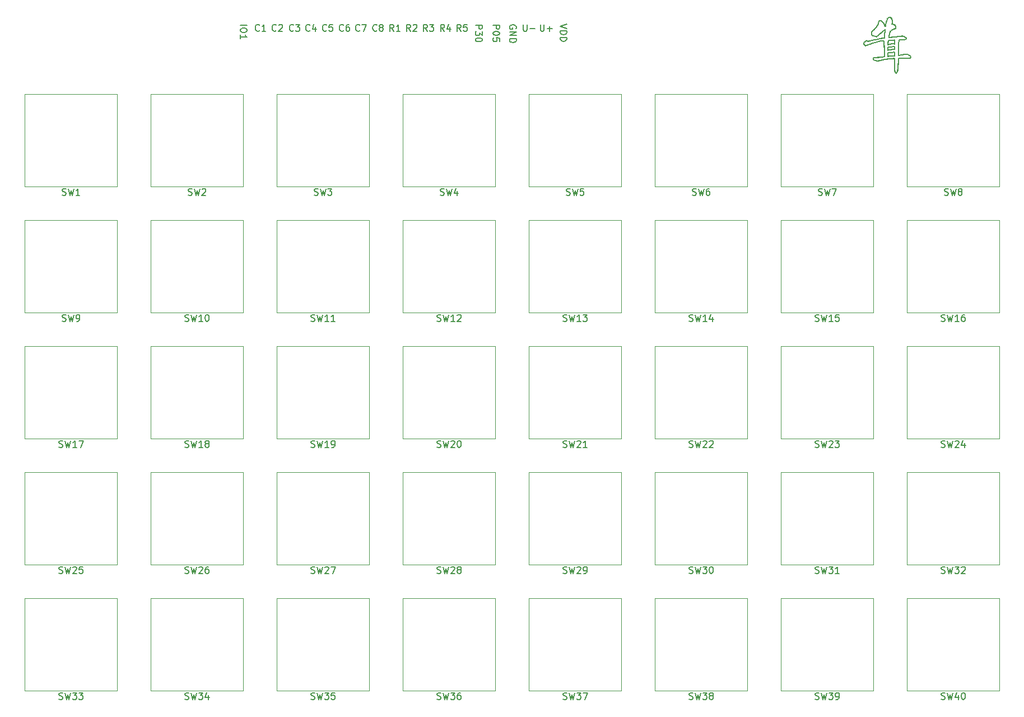
<source format=gbr>
G04 #@! TF.GenerationSoftware,KiCad,Pcbnew,(5.1.5)-3*
G04 #@! TF.CreationDate,2020-03-22T20:56:45+08:00*
G04 #@! TF.ProjectId,XS40,58533430-2e6b-4696-9361-645f70636258,rev?*
G04 #@! TF.SameCoordinates,Original*
G04 #@! TF.FileFunction,Legend,Top*
G04 #@! TF.FilePolarity,Positive*
%FSLAX45Y45*%
G04 Gerber Fmt 4.5, Leading zero omitted, Abs format (unit mm)*
G04 Created by KiCad (PCBNEW (5.1.5)-3) date 2020-03-22 20:56:45*
%MOMM*%
%LPD*%
G04 APERTURE LIST*
%ADD10C,0.150000*%
%ADD11C,0.200000*%
%ADD12C,0.120000*%
G04 APERTURE END LIST*
D10*
X11631574Y-4642814D02*
X11531574Y-4676147D01*
X11631574Y-4709480D01*
X11531574Y-4742814D02*
X11631574Y-4742814D01*
X11631574Y-4766623D01*
X11626812Y-4780909D01*
X11617288Y-4790433D01*
X11607764Y-4795195D01*
X11588717Y-4799957D01*
X11574431Y-4799957D01*
X11555383Y-4795195D01*
X11545860Y-4790433D01*
X11536336Y-4780909D01*
X11531574Y-4766623D01*
X11531574Y-4742814D01*
X11531574Y-4842814D02*
X11631574Y-4842814D01*
X11631574Y-4866623D01*
X11626812Y-4880909D01*
X11617288Y-4890433D01*
X11607764Y-4895195D01*
X11588717Y-4899957D01*
X11574431Y-4899957D01*
X11555383Y-4895195D01*
X11545860Y-4890433D01*
X11536336Y-4880909D01*
X11531574Y-4866623D01*
X11531574Y-4842814D01*
X11230812Y-4646778D02*
X11230812Y-4727730D01*
X11235574Y-4737254D01*
X11240336Y-4742016D01*
X11249859Y-4746778D01*
X11268907Y-4746778D01*
X11278431Y-4742016D01*
X11283193Y-4737254D01*
X11287955Y-4727730D01*
X11287955Y-4646778D01*
X11335574Y-4708683D02*
X11411764Y-4708683D01*
X11373669Y-4746778D02*
X11373669Y-4670588D01*
X10973256Y-4646778D02*
X10973256Y-4727730D01*
X10978018Y-4737254D01*
X10982780Y-4742016D01*
X10992303Y-4746778D01*
X11011351Y-4746778D01*
X11020875Y-4742016D01*
X11025637Y-4737254D01*
X11030399Y-4727730D01*
X11030399Y-4646778D01*
X11078018Y-4708683D02*
X11154208Y-4708683D01*
X10862272Y-4709480D02*
X10867034Y-4699957D01*
X10867034Y-4685671D01*
X10862272Y-4671385D01*
X10852748Y-4661861D01*
X10843224Y-4657099D01*
X10824177Y-4652338D01*
X10809891Y-4652338D01*
X10790843Y-4657099D01*
X10781320Y-4661861D01*
X10771796Y-4671385D01*
X10767034Y-4685671D01*
X10767034Y-4695195D01*
X10771796Y-4709480D01*
X10776558Y-4714242D01*
X10809891Y-4714242D01*
X10809891Y-4695195D01*
X10767034Y-4757099D02*
X10867034Y-4757099D01*
X10767034Y-4814242D01*
X10867034Y-4814242D01*
X10767034Y-4861861D02*
X10867034Y-4861861D01*
X10867034Y-4885671D01*
X10862272Y-4899957D01*
X10852748Y-4909480D01*
X10843224Y-4914242D01*
X10824177Y-4919004D01*
X10809891Y-4919004D01*
X10790843Y-4914242D01*
X10781320Y-4909480D01*
X10771796Y-4899957D01*
X10767034Y-4885671D01*
X10767034Y-4861861D01*
X10516082Y-4657100D02*
X10616082Y-4657100D01*
X10616082Y-4695195D01*
X10611320Y-4704719D01*
X10606558Y-4709480D01*
X10597034Y-4714242D01*
X10582749Y-4714242D01*
X10573225Y-4709480D01*
X10568463Y-4704719D01*
X10563701Y-4695195D01*
X10563701Y-4657100D01*
X10616082Y-4776147D02*
X10616082Y-4785671D01*
X10611320Y-4795195D01*
X10606558Y-4799957D01*
X10597034Y-4804719D01*
X10577987Y-4809480D01*
X10554177Y-4809480D01*
X10535130Y-4804719D01*
X10525606Y-4799957D01*
X10520844Y-4795195D01*
X10516082Y-4785671D01*
X10516082Y-4776147D01*
X10520844Y-4766623D01*
X10525606Y-4761861D01*
X10535130Y-4757100D01*
X10554177Y-4752338D01*
X10577987Y-4752338D01*
X10597034Y-4757100D01*
X10606558Y-4761861D01*
X10611320Y-4766623D01*
X10616082Y-4776147D01*
X10616082Y-4899957D02*
X10616082Y-4852338D01*
X10568463Y-4847576D01*
X10573225Y-4852338D01*
X10577987Y-4861861D01*
X10577987Y-4885671D01*
X10573225Y-4895195D01*
X10568463Y-4899957D01*
X10558939Y-4904719D01*
X10535130Y-4904719D01*
X10525606Y-4899957D01*
X10520844Y-4895195D01*
X10516082Y-4885671D01*
X10516082Y-4861861D01*
X10520844Y-4852338D01*
X10525606Y-4847576D01*
X10251922Y-4658851D02*
X10351922Y-4658851D01*
X10351922Y-4696947D01*
X10347160Y-4706470D01*
X10342398Y-4711232D01*
X10332874Y-4715994D01*
X10318589Y-4715994D01*
X10309065Y-4711232D01*
X10304303Y-4706470D01*
X10299541Y-4696947D01*
X10299541Y-4658851D01*
X10351922Y-4749328D02*
X10351922Y-4811232D01*
X10313827Y-4777899D01*
X10313827Y-4792185D01*
X10309065Y-4801709D01*
X10304303Y-4806470D01*
X10294779Y-4811232D01*
X10270970Y-4811232D01*
X10261446Y-4806470D01*
X10256684Y-4801709D01*
X10251922Y-4792185D01*
X10251922Y-4763613D01*
X10256684Y-4754090D01*
X10261446Y-4749328D01*
X10351922Y-4873137D02*
X10351922Y-4882661D01*
X10347160Y-4892185D01*
X10342398Y-4896947D01*
X10332874Y-4901709D01*
X10313827Y-4906470D01*
X10290017Y-4906470D01*
X10270970Y-4901709D01*
X10261446Y-4896947D01*
X10256684Y-4892185D01*
X10251922Y-4882661D01*
X10251922Y-4873137D01*
X10256684Y-4863613D01*
X10261446Y-4858851D01*
X10270970Y-4854090D01*
X10290017Y-4849328D01*
X10313827Y-4849328D01*
X10332874Y-4854090D01*
X10342398Y-4858851D01*
X10347160Y-4863613D01*
X10351922Y-4873137D01*
X10031065Y-4746778D02*
X9997732Y-4699159D01*
X9973922Y-4746778D02*
X9973922Y-4646778D01*
X10012018Y-4646778D01*
X10021542Y-4651540D01*
X10026303Y-4656302D01*
X10031065Y-4665826D01*
X10031065Y-4680111D01*
X10026303Y-4689635D01*
X10021542Y-4694397D01*
X10012018Y-4699159D01*
X9973922Y-4699159D01*
X10121542Y-4646778D02*
X10073922Y-4646778D01*
X10069161Y-4694397D01*
X10073922Y-4689635D01*
X10083446Y-4684873D01*
X10107256Y-4684873D01*
X10116780Y-4689635D01*
X10121542Y-4694397D01*
X10126303Y-4703921D01*
X10126303Y-4727730D01*
X10121542Y-4737254D01*
X10116780Y-4742016D01*
X10107256Y-4746778D01*
X10083446Y-4746778D01*
X10073922Y-4742016D01*
X10069161Y-4737254D01*
X9781637Y-4746778D02*
X9748304Y-4699159D01*
X9724494Y-4746778D02*
X9724494Y-4646778D01*
X9762590Y-4646778D01*
X9772114Y-4651540D01*
X9776875Y-4656302D01*
X9781637Y-4665826D01*
X9781637Y-4680111D01*
X9776875Y-4689635D01*
X9772114Y-4694397D01*
X9762590Y-4699159D01*
X9724494Y-4699159D01*
X9867352Y-4680111D02*
X9867352Y-4746778D01*
X9843542Y-4642016D02*
X9819733Y-4713445D01*
X9881637Y-4713445D01*
X9523065Y-4746778D02*
X9489732Y-4699159D01*
X9465922Y-4746778D02*
X9465922Y-4646778D01*
X9504018Y-4646778D01*
X9513542Y-4651540D01*
X9518303Y-4656302D01*
X9523065Y-4665826D01*
X9523065Y-4680111D01*
X9518303Y-4689635D01*
X9513542Y-4694397D01*
X9504018Y-4699159D01*
X9465922Y-4699159D01*
X9556399Y-4646778D02*
X9618303Y-4646778D01*
X9584970Y-4684873D01*
X9599256Y-4684873D01*
X9608780Y-4689635D01*
X9613542Y-4694397D01*
X9618303Y-4703921D01*
X9618303Y-4727730D01*
X9613542Y-4737254D01*
X9608780Y-4742016D01*
X9599256Y-4746778D01*
X9570684Y-4746778D01*
X9561161Y-4742016D01*
X9556399Y-4737254D01*
X9270589Y-4746778D02*
X9237256Y-4699159D01*
X9213446Y-4746778D02*
X9213446Y-4646778D01*
X9251542Y-4646778D01*
X9261066Y-4651540D01*
X9265827Y-4656302D01*
X9270589Y-4665826D01*
X9270589Y-4680111D01*
X9265827Y-4689635D01*
X9261066Y-4694397D01*
X9251542Y-4699159D01*
X9213446Y-4699159D01*
X9308685Y-4656302D02*
X9313446Y-4651540D01*
X9322970Y-4646778D01*
X9346780Y-4646778D01*
X9356304Y-4651540D01*
X9361066Y-4656302D01*
X9365827Y-4665826D01*
X9365827Y-4675350D01*
X9361066Y-4689635D01*
X9303923Y-4746778D01*
X9365827Y-4746778D01*
X9016589Y-4746778D02*
X8983256Y-4699159D01*
X8959446Y-4746778D02*
X8959446Y-4646778D01*
X8997542Y-4646778D01*
X9007066Y-4651540D01*
X9011827Y-4656302D01*
X9016589Y-4665826D01*
X9016589Y-4680111D01*
X9011827Y-4689635D01*
X9007066Y-4694397D01*
X8997542Y-4699159D01*
X8959446Y-4699159D01*
X9111827Y-4746778D02*
X9054685Y-4746778D01*
X9083256Y-4746778D02*
X9083256Y-4646778D01*
X9073732Y-4661064D01*
X9064208Y-4670588D01*
X9054685Y-4675350D01*
X8760557Y-4737254D02*
X8755795Y-4742016D01*
X8741510Y-4746778D01*
X8731986Y-4746778D01*
X8717700Y-4742016D01*
X8708176Y-4732492D01*
X8703414Y-4722969D01*
X8698653Y-4703921D01*
X8698653Y-4689635D01*
X8703414Y-4670588D01*
X8708176Y-4661064D01*
X8717700Y-4651540D01*
X8731986Y-4646778D01*
X8741510Y-4646778D01*
X8755795Y-4651540D01*
X8760557Y-4656302D01*
X8817700Y-4689635D02*
X8808176Y-4684873D01*
X8803414Y-4680111D01*
X8798653Y-4670588D01*
X8798653Y-4665826D01*
X8803414Y-4656302D01*
X8808176Y-4651540D01*
X8817700Y-4646778D01*
X8836748Y-4646778D01*
X8846272Y-4651540D01*
X8851034Y-4656302D01*
X8855795Y-4665826D01*
X8855795Y-4670588D01*
X8851034Y-4680111D01*
X8846272Y-4684873D01*
X8836748Y-4689635D01*
X8817700Y-4689635D01*
X8808176Y-4694397D01*
X8803414Y-4699159D01*
X8798653Y-4708683D01*
X8798653Y-4727730D01*
X8803414Y-4737254D01*
X8808176Y-4742016D01*
X8817700Y-4746778D01*
X8836748Y-4746778D01*
X8846272Y-4742016D01*
X8851034Y-4737254D01*
X8855795Y-4727730D01*
X8855795Y-4708683D01*
X8851034Y-4699159D01*
X8846272Y-4694397D01*
X8836748Y-4689635D01*
X8500969Y-4737254D02*
X8496207Y-4742016D01*
X8481922Y-4746778D01*
X8472398Y-4746778D01*
X8458112Y-4742016D01*
X8448588Y-4732492D01*
X8443826Y-4722969D01*
X8439065Y-4703921D01*
X8439065Y-4689635D01*
X8443826Y-4670588D01*
X8448588Y-4661064D01*
X8458112Y-4651540D01*
X8472398Y-4646778D01*
X8481922Y-4646778D01*
X8496207Y-4651540D01*
X8500969Y-4656302D01*
X8534303Y-4646778D02*
X8600969Y-4646778D01*
X8558112Y-4746778D01*
X8255097Y-4737254D02*
X8250335Y-4742016D01*
X8236050Y-4746778D01*
X8226526Y-4746778D01*
X8212240Y-4742016D01*
X8202716Y-4732492D01*
X8197954Y-4722969D01*
X8193192Y-4703921D01*
X8193192Y-4689635D01*
X8197954Y-4670588D01*
X8202716Y-4661064D01*
X8212240Y-4651540D01*
X8226526Y-4646778D01*
X8236050Y-4646778D01*
X8250335Y-4651540D01*
X8255097Y-4656302D01*
X8340812Y-4646778D02*
X8321764Y-4646778D01*
X8312240Y-4651540D01*
X8307478Y-4656302D01*
X8297954Y-4670588D01*
X8293192Y-4689635D01*
X8293192Y-4727730D01*
X8297954Y-4737254D01*
X8302716Y-4742016D01*
X8312240Y-4746778D01*
X8331288Y-4746778D01*
X8340812Y-4742016D01*
X8345573Y-4737254D01*
X8350335Y-4727730D01*
X8350335Y-4703921D01*
X8345573Y-4694397D01*
X8340812Y-4689635D01*
X8331288Y-4684873D01*
X8312240Y-4684873D01*
X8302716Y-4689635D01*
X8297954Y-4694397D01*
X8293192Y-4703921D01*
X7999065Y-4737254D02*
X7994303Y-4742016D01*
X7980018Y-4746778D01*
X7970494Y-4746778D01*
X7956208Y-4742016D01*
X7946684Y-4732492D01*
X7941922Y-4722969D01*
X7937160Y-4703921D01*
X7937160Y-4689635D01*
X7941922Y-4670588D01*
X7946684Y-4661064D01*
X7956208Y-4651540D01*
X7970494Y-4646778D01*
X7980018Y-4646778D01*
X7994303Y-4651540D01*
X7999065Y-4656302D01*
X8089541Y-4646778D02*
X8041922Y-4646778D01*
X8037160Y-4694397D01*
X8041922Y-4689635D01*
X8051446Y-4684873D01*
X8075256Y-4684873D01*
X8084780Y-4689635D01*
X8089541Y-4694397D01*
X8094303Y-4703921D01*
X8094303Y-4727730D01*
X8089541Y-4737254D01*
X8084780Y-4742016D01*
X8075256Y-4746778D01*
X8051446Y-4746778D01*
X8041922Y-4742016D01*
X8037160Y-4737254D01*
X7747097Y-4737254D02*
X7742335Y-4742016D01*
X7728050Y-4746778D01*
X7718526Y-4746778D01*
X7704240Y-4742016D01*
X7694716Y-4732492D01*
X7689954Y-4722969D01*
X7685192Y-4703921D01*
X7685192Y-4689635D01*
X7689954Y-4670588D01*
X7694716Y-4661064D01*
X7704240Y-4651540D01*
X7718526Y-4646778D01*
X7728050Y-4646778D01*
X7742335Y-4651540D01*
X7747097Y-4656302D01*
X7832812Y-4680111D02*
X7832812Y-4746778D01*
X7809002Y-4642016D02*
X7785192Y-4713445D01*
X7847097Y-4713445D01*
X7499701Y-4737254D02*
X7494939Y-4742016D01*
X7480654Y-4746778D01*
X7471130Y-4746778D01*
X7456844Y-4742016D01*
X7447320Y-4732492D01*
X7442558Y-4722969D01*
X7437796Y-4703921D01*
X7437796Y-4689635D01*
X7442558Y-4670588D01*
X7447320Y-4661064D01*
X7456844Y-4651540D01*
X7471130Y-4646778D01*
X7480654Y-4646778D01*
X7494939Y-4651540D01*
X7499701Y-4656302D01*
X7533035Y-4646778D02*
X7594939Y-4646778D01*
X7561606Y-4684873D01*
X7575892Y-4684873D01*
X7585416Y-4689635D01*
X7590177Y-4694397D01*
X7594939Y-4703921D01*
X7594939Y-4727730D01*
X7590177Y-4737254D01*
X7585416Y-4742016D01*
X7575892Y-4746778D01*
X7547320Y-4746778D01*
X7537796Y-4742016D01*
X7533035Y-4737254D01*
X7238589Y-4737254D02*
X7233827Y-4742016D01*
X7219542Y-4746778D01*
X7210018Y-4746778D01*
X7195732Y-4742016D01*
X7186208Y-4732492D01*
X7181446Y-4722969D01*
X7176684Y-4703921D01*
X7176684Y-4689635D01*
X7181446Y-4670588D01*
X7186208Y-4661064D01*
X7195732Y-4651540D01*
X7210018Y-4646778D01*
X7219542Y-4646778D01*
X7233827Y-4651540D01*
X7238589Y-4656302D01*
X7276684Y-4656302D02*
X7281446Y-4651540D01*
X7290970Y-4646778D01*
X7314780Y-4646778D01*
X7324304Y-4651540D01*
X7329065Y-4656302D01*
X7333827Y-4665826D01*
X7333827Y-4675350D01*
X7329065Y-4689635D01*
X7271923Y-4746778D01*
X7333827Y-4746778D01*
X6985605Y-4737254D02*
X6980843Y-4742016D01*
X6966558Y-4746778D01*
X6957034Y-4746778D01*
X6942748Y-4742016D01*
X6933224Y-4732492D01*
X6928462Y-4722969D01*
X6923700Y-4703921D01*
X6923700Y-4689635D01*
X6928462Y-4670588D01*
X6933224Y-4661064D01*
X6942748Y-4651540D01*
X6957034Y-4646778D01*
X6966558Y-4646778D01*
X6980843Y-4651540D01*
X6985605Y-4656302D01*
X7080843Y-4746778D02*
X7023700Y-4746778D01*
X7052272Y-4746778D02*
X7052272Y-4646778D01*
X7042748Y-4661064D01*
X7033224Y-4670588D01*
X7023700Y-4675350D01*
X6698462Y-4657100D02*
X6798462Y-4657100D01*
X6798462Y-4723766D02*
X6798462Y-4742814D01*
X6793700Y-4752338D01*
X6784176Y-4761861D01*
X6765128Y-4766623D01*
X6731795Y-4766623D01*
X6712748Y-4761861D01*
X6703224Y-4752338D01*
X6698462Y-4742814D01*
X6698462Y-4723766D01*
X6703224Y-4714242D01*
X6712748Y-4704719D01*
X6731795Y-4699957D01*
X6765128Y-4699957D01*
X6784176Y-4704719D01*
X6793700Y-4714242D01*
X6798462Y-4723766D01*
X6698462Y-4861861D02*
X6698462Y-4804719D01*
X6698462Y-4833290D02*
X6798462Y-4833290D01*
X6784176Y-4823766D01*
X6774652Y-4814242D01*
X6769890Y-4804719D01*
D11*
X16485813Y-5098709D02*
X16485813Y-5075958D01*
X16586726Y-5065071D02*
X16586995Y-5065025D01*
X16587316Y-5119183D02*
X16563276Y-5120885D01*
X16563347Y-5121883D02*
X16588308Y-5120114D01*
X16588579Y-5091852D02*
X16588657Y-5071901D01*
X16588657Y-5071901D02*
X16588545Y-5068181D01*
X16484812Y-5074996D02*
X16484812Y-5098709D01*
X16485203Y-5122083D02*
X16485459Y-5125228D01*
X16587101Y-5065173D02*
X16587546Y-5068236D01*
X16484812Y-5098709D02*
X16485000Y-5116066D01*
X16485459Y-5125228D02*
X16485919Y-5127064D01*
X16586995Y-5065025D02*
X16586995Y-5065025D01*
X16487280Y-5127351D02*
X16486857Y-5126716D01*
X16499311Y-5126262D02*
X16490124Y-5127261D01*
X16587546Y-5068236D02*
X16587606Y-5088883D01*
X16587606Y-5088883D02*
X16587578Y-5091841D01*
X16581298Y-5064928D02*
X16571257Y-5066150D01*
X16584750Y-5064431D02*
X16581298Y-5064928D01*
X16536739Y-5070730D02*
X16518800Y-5072941D01*
X16518800Y-5072941D02*
X16500543Y-5074388D01*
X16586995Y-5065025D02*
X16587101Y-5065173D01*
X16516357Y-5125653D02*
X16535070Y-5124059D01*
X16535070Y-5124059D02*
X16553952Y-5122573D01*
X16553952Y-5122573D02*
X16563347Y-5121883D01*
X16587578Y-5091841D02*
X16587316Y-5119183D01*
X16485813Y-5075958D02*
X16500581Y-5075388D01*
X16485999Y-5116041D02*
X16485813Y-5098709D01*
X16486202Y-5122033D02*
X16485999Y-5116041D01*
X16587999Y-5064732D02*
X16587265Y-5064061D01*
X16486756Y-5128202D02*
X16488191Y-5128495D01*
X16588545Y-5068181D02*
X16587999Y-5064732D01*
X16490277Y-5128250D02*
X16499409Y-5127257D01*
X16488191Y-5128495D02*
X16490277Y-5128250D01*
X16584647Y-4980069D02*
X16587813Y-4979522D01*
X16584905Y-5065419D02*
X16586726Y-5065071D01*
X16587265Y-5064061D02*
X16587265Y-5064061D01*
X16486043Y-5012536D02*
X16486306Y-4990332D01*
X16488162Y-5127496D02*
X16487280Y-5127351D01*
X16571257Y-5066150D02*
X16553473Y-5068392D01*
X16553473Y-5068392D02*
X16536739Y-5070730D01*
X16486857Y-5126716D02*
X16486441Y-5125032D01*
X16581432Y-5065918D02*
X16584905Y-5065419D01*
X16571367Y-5067144D02*
X16581432Y-5065918D01*
X16490124Y-5127261D02*
X16488162Y-5127496D01*
X16516267Y-5124658D02*
X16499311Y-5126262D01*
X16486306Y-4990332D02*
X16496802Y-4990546D01*
X16586430Y-5064116D02*
X16584750Y-5064431D01*
X16500581Y-5075388D02*
X16519217Y-5073905D01*
X16519217Y-5073905D02*
X16536884Y-5071720D01*
X16486441Y-5125032D02*
X16486202Y-5122033D01*
X16588308Y-5120114D02*
X16588579Y-5091852D01*
X16485919Y-5127064D02*
X16486756Y-5128202D01*
X16536884Y-5071720D02*
X16554793Y-5069226D01*
X16554793Y-5069226D02*
X16571367Y-5067144D01*
X16563276Y-5120885D02*
X16544551Y-5122296D01*
X16544551Y-5122296D02*
X16526022Y-5123808D01*
X16526022Y-5123808D02*
X16516267Y-5124658D01*
X16485000Y-5116066D02*
X16485203Y-5122083D01*
X16587265Y-5064061D02*
X16586430Y-5064116D01*
X16500543Y-5074388D02*
X16484812Y-5074996D01*
X16499409Y-5127257D02*
X16516357Y-5125653D01*
X16568872Y-4982177D02*
X16584647Y-4980069D01*
X16587547Y-5020750D02*
X16587140Y-5024128D01*
X16575711Y-5023679D02*
X16582996Y-5025094D01*
X16587813Y-4979522D02*
X16587813Y-5002060D01*
X16543388Y-4985712D02*
X16560915Y-4983204D01*
X16560915Y-4983204D02*
X16568872Y-4982177D01*
X16499071Y-5032165D02*
X16487434Y-5034241D01*
X16587813Y-5002060D02*
X16587547Y-5020750D01*
X16542438Y-5023262D02*
X16525982Y-5026957D01*
X16525982Y-5026957D02*
X16509336Y-5030318D01*
X16509336Y-5030318D02*
X16499071Y-5032165D01*
X16588105Y-5024390D02*
X16588546Y-5020810D01*
X16575912Y-5022701D02*
X16557694Y-5020872D01*
X16557694Y-5020872D02*
X16542438Y-5023262D01*
X16583173Y-5024110D02*
X16575912Y-5022701D01*
X16585692Y-5024538D02*
X16583173Y-5024110D01*
X16484767Y-5035864D02*
X16487652Y-5035216D01*
X16588812Y-5002060D02*
X16588812Y-4978335D01*
X16485317Y-4989313D02*
X16485043Y-5012525D01*
X16496822Y-4989546D02*
X16485317Y-4989313D01*
X16582996Y-5025094D02*
X16585539Y-5025527D01*
X16588546Y-5020810D02*
X16588812Y-5002060D01*
X16586917Y-5024670D02*
X16586922Y-5024690D01*
X16485043Y-5012525D02*
X16484767Y-5035864D01*
X16496802Y-4990546D02*
X16515925Y-4989565D01*
X16515925Y-4989565D02*
X16533914Y-4987149D01*
X16533914Y-4987149D02*
X16543388Y-4985712D01*
X16587140Y-5024128D02*
X16586917Y-5024670D01*
X16585539Y-5025527D02*
X16586922Y-5025691D01*
X16586922Y-5025691D02*
X16587704Y-5025288D01*
X16485782Y-5034611D02*
X16486043Y-5012536D01*
X16586922Y-5024690D02*
X16585692Y-5024538D01*
X16587704Y-5025288D02*
X16588105Y-5024390D01*
X16487434Y-5034241D02*
X16485782Y-5034611D01*
X16582926Y-4883516D02*
X16583761Y-4886032D01*
X16579300Y-4881897D02*
X16564636Y-4882611D01*
X16575892Y-4938209D02*
X16558140Y-4935848D01*
X16558140Y-4935848D02*
X16540588Y-4938370D01*
X16540588Y-4938370D02*
X16537333Y-4939170D01*
X16496118Y-4889306D02*
X16514466Y-4887585D01*
X16514466Y-4887585D02*
X16533348Y-4885995D01*
X16533348Y-4885995D02*
X16552281Y-4884502D01*
X16552281Y-4884502D02*
X16564703Y-4883608D01*
X16586893Y-4941484D02*
X16587648Y-4941631D01*
X16575688Y-4939187D02*
X16584230Y-4940948D01*
X16489979Y-4949153D02*
X16486812Y-4949689D01*
X16537333Y-4939170D02*
X16521046Y-4942965D01*
X16521046Y-4942965D02*
X16508658Y-4945574D01*
X16587776Y-4906137D02*
X16585747Y-4890859D01*
X16489813Y-4889000D02*
X16489798Y-4894568D01*
X16587755Y-4926863D02*
X16587842Y-4936902D01*
X16588649Y-4940976D02*
X16588744Y-4940066D01*
X16508853Y-4946555D02*
X16525526Y-4942990D01*
X16525526Y-4942990D02*
X16537577Y-4940139D01*
X16487822Y-4909089D02*
X16485912Y-4927265D01*
X16485912Y-4927265D02*
X16485826Y-4934485D01*
X16587648Y-4941631D02*
X16587865Y-4941670D01*
X16584761Y-4891028D02*
X16586781Y-4906243D01*
X16582111Y-4883114D02*
X16582926Y-4883516D01*
X16585747Y-4890859D02*
X16584732Y-4885794D01*
X16510435Y-4540690D02*
X16510435Y-4540690D01*
X16588040Y-4941691D02*
X16588460Y-4941485D01*
X16489798Y-4894568D02*
X16487822Y-4909089D01*
X16542669Y-5024235D02*
X16560339Y-5021808D01*
X16560339Y-5021808D02*
X16575711Y-5023679D01*
X16499236Y-5033153D02*
X16516157Y-5030007D01*
X16516157Y-5030007D02*
X16532983Y-5026458D01*
X16532983Y-5026458D02*
X16542669Y-5024235D01*
X16588460Y-4941485D02*
X16588568Y-4941294D01*
X16490811Y-4889897D02*
X16496118Y-4889306D01*
X16579300Y-4881897D02*
X16579300Y-4881897D01*
X16587747Y-4939999D02*
X16587684Y-4940618D01*
X16583761Y-4886032D02*
X16584761Y-4891028D01*
X16583777Y-4882990D02*
X16582333Y-4882139D01*
X16588842Y-4936914D02*
X16588756Y-4926841D01*
X16508852Y-4946555D02*
X16508853Y-4946555D01*
X16588744Y-4940066D02*
X16588842Y-4936914D01*
X16485811Y-4950872D02*
X16490146Y-4950138D01*
X16537577Y-4940139D02*
X16554421Y-4936964D01*
X16554421Y-4936964D02*
X16572876Y-4938617D01*
X16572876Y-4938617D02*
X16575688Y-4939187D01*
X16588568Y-4941294D02*
X16588649Y-4940976D01*
X16587939Y-4941682D02*
X16588040Y-4941691D01*
X16564636Y-4882611D02*
X16545943Y-4883986D01*
X16545943Y-4883986D02*
X16526875Y-4885525D01*
X16526875Y-4885525D02*
X16508397Y-4887117D01*
X16508397Y-4887117D02*
X16496006Y-4888312D01*
X16486825Y-4934487D02*
X16487766Y-4915342D01*
X16487766Y-4915342D02*
X16488802Y-4909291D01*
X16496006Y-4888312D02*
X16489813Y-4889000D01*
X16508658Y-4945574D02*
X16491655Y-4948851D01*
X16491655Y-4948851D02*
X16489979Y-4949153D01*
X16586781Y-4906243D02*
X16587726Y-4925593D01*
X16587726Y-4925593D02*
X16587755Y-4926863D01*
X16584429Y-4939968D02*
X16575892Y-4938209D01*
X16448361Y-4670692D02*
X16450252Y-4660532D01*
X16587086Y-4940503D02*
X16584429Y-4939968D01*
X16488802Y-4909291D02*
X16490799Y-4894571D01*
X16579292Y-4882898D02*
X16582111Y-4883114D01*
X16582333Y-4882139D02*
X16579300Y-4881897D01*
X16490799Y-4894571D02*
X16490811Y-4889897D01*
X16486812Y-4949689D02*
X16486825Y-4934487D01*
X16587842Y-4936902D02*
X16587747Y-4939999D01*
X16584732Y-4885794D02*
X16583777Y-4882990D01*
X16588756Y-4926841D02*
X16587914Y-4907628D01*
X16587914Y-4907628D02*
X16587776Y-4906137D01*
X16587865Y-4941670D02*
X16587939Y-4941682D01*
X16485826Y-4934485D02*
X16485811Y-4950872D01*
X16490146Y-4950138D02*
X16507695Y-4946783D01*
X16507695Y-4946783D02*
X16508852Y-4946555D01*
X16487652Y-5035216D02*
X16499236Y-5033153D01*
X16588812Y-4978335D02*
X16584477Y-4979085D01*
X16584477Y-4979085D02*
X16568752Y-4981184D01*
X16543236Y-4984723D02*
X16525705Y-4987319D01*
X16525705Y-4987319D02*
X16507617Y-4989314D01*
X16507617Y-4989314D02*
X16496822Y-4989546D01*
X16584230Y-4940948D02*
X16586893Y-4941484D01*
X16568752Y-4981184D02*
X16550903Y-4983586D01*
X16550903Y-4983586D02*
X16543236Y-4984723D01*
X16579291Y-4882898D02*
X16579291Y-4882898D01*
X16587684Y-4940618D02*
X16587086Y-4940503D01*
X16564703Y-4883608D02*
X16579291Y-4882898D01*
X16124386Y-4943289D02*
X16121727Y-4939828D01*
X16142272Y-4906585D02*
X16153568Y-4897723D01*
X16153568Y-4897723D02*
X16163028Y-4890356D01*
X16426999Y-4895418D02*
X16426791Y-4890689D01*
X16120835Y-4938433D02*
X16120812Y-4938410D01*
X16147480Y-4965938D02*
X16145723Y-4966513D01*
X16120812Y-4938410D02*
X16121274Y-4934926D01*
X16141047Y-4962584D02*
X16132583Y-4953090D01*
X16221909Y-4893194D02*
X16239808Y-4889395D01*
X16239808Y-4889395D02*
X16258130Y-4885497D01*
X16258130Y-4885497D02*
X16274715Y-4881961D01*
X16274715Y-4881961D02*
X16291804Y-4878313D01*
X16291804Y-4878313D02*
X16307661Y-4874923D01*
X16175134Y-4901424D02*
X16178897Y-4902180D01*
X16144962Y-4966495D02*
X16144034Y-4965660D01*
X16192293Y-4899439D02*
X16209746Y-4895768D01*
X16209746Y-4895768D02*
X16221909Y-4893194D01*
X16121727Y-4939828D02*
X16121005Y-4938748D01*
X16145242Y-4966659D02*
X16145203Y-4966669D01*
X16153706Y-4963820D02*
X16147480Y-4965938D01*
X16178897Y-4902180D02*
X16192293Y-4899439D01*
X16165149Y-4889742D02*
X16170030Y-4895516D01*
X16144034Y-4965660D02*
X16141047Y-4962584D01*
X16121274Y-4934926D02*
X16122399Y-4928789D01*
X16426791Y-4890689D02*
X16417561Y-4890695D01*
X16121005Y-4938748D02*
X16120835Y-4938433D01*
X16145723Y-4966513D02*
X16145242Y-4966659D01*
X16132583Y-4953090D02*
X16124386Y-4943289D01*
X16391799Y-4856857D02*
X16408245Y-4853297D01*
X16408245Y-4853297D02*
X16419395Y-4850866D01*
X16307661Y-4874923D02*
X16326323Y-4870929D01*
X16326323Y-4870929D02*
X16343857Y-4867170D01*
X16343857Y-4867170D02*
X16361308Y-4863424D01*
X16361308Y-4863424D02*
X16379378Y-4859536D01*
X16379378Y-4859536D02*
X16391799Y-4856857D01*
X16170030Y-4895516D02*
X16175134Y-4901424D01*
X16164301Y-4889547D02*
X16165149Y-4889742D01*
X16163028Y-4890356D02*
X16164301Y-4889547D01*
X16145203Y-4966669D02*
X16144962Y-4966495D01*
X16442339Y-4720435D02*
X16442327Y-4720355D01*
X16429113Y-4730799D02*
X16417762Y-4740745D01*
X16417762Y-4740745D02*
X16405961Y-4751109D01*
X16405961Y-4751109D02*
X16398000Y-4758109D01*
X16311873Y-4832239D02*
X16302216Y-4830174D01*
X16238632Y-4757811D02*
X16238910Y-4757504D01*
X16419395Y-4850866D02*
X16427151Y-4849148D01*
X16257158Y-4814768D02*
X16244840Y-4807027D01*
X16244840Y-4807027D02*
X16237208Y-4797465D01*
X16430417Y-4847658D02*
X16430563Y-4846544D01*
X16429930Y-4848495D02*
X16429999Y-4848471D01*
X16441292Y-4720229D02*
X16440647Y-4720769D01*
X16436690Y-4784286D02*
X16438404Y-4765915D01*
X16438404Y-4765915D02*
X16440100Y-4747385D01*
X16440100Y-4747385D02*
X16440710Y-4740588D01*
X16354120Y-4587691D02*
X16364468Y-4587691D01*
X16352916Y-4593515D02*
X16354120Y-4587691D01*
X16434055Y-4669867D02*
X16442377Y-4670677D01*
X16432286Y-4668441D02*
X16434055Y-4669867D01*
X16432492Y-4827974D02*
X16434308Y-4809342D01*
X16434308Y-4809342D02*
X16436095Y-4790602D01*
X16436095Y-4790602D02*
X16436690Y-4784286D01*
X16431022Y-4842441D02*
X16432492Y-4827974D01*
X16431813Y-4666205D02*
X16432286Y-4668441D01*
X16313707Y-4832168D02*
X16311873Y-4832239D01*
X16430194Y-4848350D02*
X16430311Y-4848172D01*
X16425666Y-4638594D02*
X16430131Y-4654187D01*
X16430131Y-4654187D02*
X16431813Y-4666205D01*
X16123962Y-4920969D02*
X16142272Y-4906585D01*
X16238910Y-4757504D02*
X16239681Y-4756766D01*
X16238349Y-4759432D02*
X16238535Y-4758238D01*
X16380140Y-4590670D02*
X16392358Y-4598658D01*
X16392358Y-4598658D02*
X16403375Y-4607644D01*
X16403375Y-4607644D02*
X16413119Y-4617913D01*
X16413119Y-4617913D02*
X16421404Y-4629915D01*
X16421404Y-4629915D02*
X16425666Y-4638594D01*
X16441472Y-4720085D02*
X16441292Y-4720229D01*
X16122399Y-4928789D02*
X16123962Y-4920969D01*
X16430311Y-4848172D02*
X16430336Y-4848096D01*
X16314943Y-4678976D02*
X16322898Y-4666681D01*
X16322898Y-4666681D02*
X16330189Y-4653775D01*
X16330189Y-4653775D02*
X16337144Y-4639663D01*
X16337144Y-4639663D02*
X16343139Y-4625537D01*
X16343139Y-4625537D02*
X16348371Y-4610745D01*
X16348371Y-4610745D02*
X16352634Y-4594849D01*
X16352634Y-4594849D02*
X16352916Y-4593515D01*
X16250627Y-4747513D02*
X16261553Y-4738165D01*
X16261553Y-4738165D02*
X16272010Y-4728392D01*
X16272010Y-4728392D02*
X16282103Y-4718240D01*
X16282103Y-4718240D02*
X16291777Y-4707817D01*
X16291777Y-4707817D02*
X16301194Y-4696909D01*
X16301194Y-4696909D02*
X16310221Y-4685499D01*
X16310221Y-4685499D02*
X16314943Y-4678976D01*
X16242335Y-4754417D02*
X16250627Y-4747513D01*
X16238535Y-4758238D02*
X16238632Y-4757811D01*
X16236799Y-4775959D02*
X16237880Y-4763474D01*
X16237208Y-4797465D02*
X16235995Y-4791142D01*
X16398000Y-4758109D02*
X16386767Y-4767993D01*
X16386767Y-4767993D02*
X16374917Y-4778430D01*
X16374917Y-4778430D02*
X16363331Y-4788643D01*
X16363331Y-4788643D02*
X16350888Y-4799620D01*
X16350888Y-4799620D02*
X16340125Y-4809123D01*
X16340125Y-4809123D02*
X16328849Y-4819087D01*
X16328849Y-4819087D02*
X16317900Y-4828771D01*
X16317900Y-4828771D02*
X16314766Y-4831545D01*
X16441621Y-4719991D02*
X16441545Y-4720032D01*
X16429220Y-4848673D02*
X16429769Y-4848539D01*
X16441959Y-4726110D02*
X16442273Y-4722000D01*
X16442236Y-4720150D02*
X16441621Y-4719991D01*
X16442327Y-4720355D02*
X16442236Y-4720150D01*
X16430563Y-4846544D02*
X16431022Y-4842441D01*
X16430336Y-4848096D02*
X16430364Y-4847978D01*
X16438201Y-4722876D02*
X16429113Y-4730799D01*
X16440647Y-4720769D02*
X16438201Y-4722876D01*
X16302216Y-4830174D02*
X16286403Y-4825896D01*
X16286403Y-4825896D02*
X16271317Y-4820877D01*
X16271317Y-4820877D02*
X16257222Y-4814801D01*
X16257222Y-4814801D02*
X16257158Y-4814768D01*
X16314766Y-4831545D02*
X16313707Y-4832168D01*
X16442345Y-4720558D02*
X16442339Y-4720435D01*
X16429769Y-4848539D02*
X16429930Y-4848495D01*
X16442273Y-4722000D02*
X16442337Y-4720879D01*
X16440710Y-4740588D02*
X16441959Y-4726110D01*
X16429999Y-4848471D02*
X16430194Y-4848350D01*
X16427151Y-4849148D02*
X16429220Y-4848673D01*
X16430364Y-4847978D02*
X16430417Y-4847658D01*
X16237880Y-4763474D02*
X16238349Y-4759432D01*
X16235995Y-4791142D02*
X16236799Y-4775959D01*
X16442337Y-4720879D02*
X16442345Y-4720558D01*
X16442377Y-4670677D02*
X16448361Y-4670692D01*
X16497584Y-4542211D02*
X16510435Y-4540690D01*
X16488610Y-4549188D02*
X16497584Y-4542211D01*
X16468100Y-4590851D02*
X16473416Y-4576023D01*
X16473416Y-4576023D02*
X16479603Y-4562097D01*
X16479603Y-4562097D02*
X16487711Y-4550175D01*
X16487711Y-4550175D02*
X16488610Y-4549188D01*
X16450252Y-4660532D02*
X16453822Y-4644051D01*
X16453822Y-4644051D02*
X16457778Y-4627864D01*
X16457778Y-4627864D02*
X16461974Y-4611810D01*
X16461974Y-4611810D02*
X16466406Y-4596186D01*
X16466406Y-4596186D02*
X16468100Y-4590851D01*
X16374322Y-4588123D02*
X16380140Y-4590670D01*
X16364468Y-4587691D02*
X16374322Y-4588123D01*
X16239681Y-4756766D02*
X16242335Y-4754417D01*
X16441545Y-4720032D02*
X16441472Y-4720085D01*
X16589100Y-5254895D02*
X16588562Y-5159539D01*
X16307824Y-5146258D02*
X16327579Y-5145662D01*
X16327579Y-5145662D02*
X16346936Y-5144766D01*
X16346936Y-5144766D02*
X16365700Y-5143505D01*
X16365700Y-5143505D02*
X16384018Y-5141781D01*
X16384018Y-5141781D02*
X16401858Y-5139489D01*
X16401858Y-5139489D02*
X16409736Y-5138241D01*
X16266921Y-5152168D02*
X16278801Y-5147901D01*
X16303103Y-5194039D02*
X16288719Y-5188348D01*
X16288719Y-5188348D02*
X16276180Y-5181922D01*
X16588562Y-5159539D02*
X16583878Y-5160114D01*
X16409736Y-5138241D02*
X16427054Y-5135465D01*
X16427054Y-5135465D02*
X16429126Y-5135175D01*
X16278801Y-5147901D02*
X16297502Y-5146554D01*
X16297502Y-5146554D02*
X16307824Y-5146258D01*
X16262223Y-5169896D02*
X16265635Y-5153252D01*
X16265635Y-5153252D02*
X16266921Y-5152168D01*
X16642782Y-5113690D02*
X16646559Y-5113690D01*
X16348202Y-5194797D02*
X16331745Y-5198551D01*
X16331745Y-5198551D02*
X16313078Y-5197181D01*
X16313078Y-5197181D02*
X16303103Y-5194039D01*
X16570281Y-5161208D02*
X16551224Y-5162594D01*
X16551224Y-5162594D02*
X16531887Y-5164149D01*
X16531887Y-5164149D02*
X16513260Y-5165716D01*
X16513260Y-5165716D02*
X16494327Y-5167379D01*
X16494327Y-5167379D02*
X16476003Y-5169141D01*
X16476003Y-5169141D02*
X16474753Y-5169284D01*
X16276180Y-5181922D02*
X16264760Y-5173321D01*
X16264760Y-5173321D02*
X16262223Y-5169896D01*
X16433619Y-5093586D02*
X16432873Y-5073677D01*
X16432873Y-5073677D02*
X16432097Y-5053283D01*
X16432097Y-5053283D02*
X16431317Y-5033063D01*
X16431317Y-5033063D02*
X16430752Y-5018532D01*
X16434492Y-5117744D02*
X16433786Y-5098120D01*
X16433786Y-5098120D02*
X16433619Y-5093586D01*
X16474753Y-5169284D02*
X16456955Y-5171638D01*
X16456955Y-5171638D02*
X16439415Y-5174410D01*
X16439415Y-5174410D02*
X16422250Y-5177499D01*
X16422250Y-5177499D02*
X16405474Y-5180852D01*
X16405474Y-5180852D02*
X16388788Y-5184505D01*
X16388788Y-5184505D02*
X16372502Y-5188384D01*
X16372502Y-5188384D02*
X16356055Y-5192637D01*
X16356055Y-5192637D02*
X16348202Y-5194797D01*
X16434812Y-5128206D02*
X16434492Y-5117744D01*
X16583878Y-5160114D02*
X16570281Y-5161208D01*
X16643365Y-5055436D02*
X16642782Y-5113690D01*
X16591278Y-5357082D02*
X16589915Y-5338406D01*
X16589915Y-5338406D02*
X16589566Y-5317774D01*
X16589566Y-5317774D02*
X16589368Y-5296721D01*
X16589368Y-5296721D02*
X16589223Y-5275659D01*
X16589223Y-5275659D02*
X16589100Y-5254895D01*
X16435694Y-4784192D02*
X16433954Y-4802560D01*
X16433954Y-4802560D02*
X16432165Y-4821082D01*
X16432165Y-4821082D02*
X16431498Y-4827875D01*
X16441275Y-4721932D02*
X16440962Y-4726027D01*
X16440962Y-4726027D02*
X16439714Y-4740499D01*
X16438855Y-4723631D02*
X16441296Y-4721530D01*
X16192088Y-4898460D02*
X16178727Y-4901193D01*
X16307452Y-4873946D02*
X16288724Y-4877948D01*
X16288724Y-4877948D02*
X16271699Y-4881582D01*
X16271699Y-4881582D02*
X16252555Y-4885661D01*
X16252555Y-4885661D02*
X16234628Y-4889473D01*
X16234628Y-4889473D02*
X16221701Y-4892215D01*
X16391588Y-4855880D02*
X16374358Y-4859594D01*
X16374358Y-4859594D02*
X16357161Y-4863292D01*
X16357161Y-4863292D02*
X16340189Y-4866935D01*
X16340189Y-4866935D02*
X16323261Y-4870562D01*
X16323261Y-4870562D02*
X16307452Y-4873946D01*
X16430027Y-4842335D02*
X16429570Y-4846421D01*
X16439714Y-4740499D02*
X16437961Y-4759827D01*
X16437961Y-4759827D02*
X16436182Y-4778988D01*
X16436182Y-4778988D02*
X16435694Y-4784192D01*
X16441299Y-4721527D02*
X16441275Y-4721932D01*
X16429428Y-4847511D02*
X16429415Y-4847596D01*
X16178727Y-4901193D02*
X16175745Y-4900632D01*
X16121420Y-4928592D02*
X16120287Y-4934765D01*
X16353304Y-4586690D02*
X16351937Y-4593313D01*
X16364468Y-4586690D02*
X16353304Y-4586690D01*
X16441296Y-4721530D02*
X16441299Y-4721527D01*
X16162429Y-4889555D02*
X16151122Y-4898368D01*
X16151122Y-4898368D02*
X16141653Y-4905797D01*
X16163997Y-4888594D02*
X16162429Y-4889555D01*
X16165713Y-4888915D02*
X16163997Y-4888594D01*
X16175745Y-4900632D02*
X16170823Y-4894906D01*
X16428988Y-4847700D02*
X16426932Y-4848173D01*
X16429570Y-4846421D02*
X16429428Y-4847511D01*
X16431498Y-4827875D02*
X16430027Y-4842335D01*
X16429772Y-4731550D02*
X16438855Y-4723631D01*
X16170823Y-4894906D02*
X16165713Y-4888915D01*
X16221701Y-4892215D02*
X16204746Y-4895800D01*
X16204746Y-4895800D02*
X16192088Y-4898460D01*
X16419181Y-4849889D02*
X16402652Y-4853487D01*
X16402652Y-4853487D02*
X16391588Y-4855880D01*
X16426932Y-4848173D02*
X16419181Y-4849889D01*
X16429415Y-4847596D02*
X16428988Y-4847700D01*
X16311776Y-4833235D02*
X16313979Y-4833130D01*
X16256707Y-4815661D02*
X16270678Y-4821706D01*
X16270678Y-4821706D02*
X16285824Y-4826768D01*
X16285824Y-4826768D02*
X16301644Y-4831062D01*
X16301644Y-4831062D02*
X16301978Y-4831145D01*
X16235802Y-4775883D02*
X16234995Y-4791162D01*
X16236886Y-4763371D02*
X16235802Y-4775883D01*
X16374509Y-4587140D02*
X16364468Y-4586690D01*
X16510435Y-4539691D02*
X16497221Y-4541279D01*
X16237552Y-4758053D02*
X16237357Y-4759296D01*
X16351937Y-4593313D02*
X16347731Y-4609433D01*
X16347731Y-4609433D02*
X16342542Y-4624302D01*
X16342542Y-4624302D02*
X16336548Y-4638548D01*
X16336548Y-4638548D02*
X16329991Y-4651994D01*
X16329991Y-4651994D02*
X16322812Y-4664879D01*
X16322812Y-4664879D02*
X16314989Y-4677149D01*
X16314989Y-4677149D02*
X16314123Y-4678405D01*
X16432812Y-4666205D02*
X16429977Y-4648977D01*
X16429977Y-4648977D02*
X16426589Y-4638210D01*
X16237756Y-4757327D02*
X16237552Y-4758053D01*
X16249998Y-4746736D02*
X16241682Y-4753659D01*
X16314123Y-4678405D02*
X16305576Y-4689898D01*
X16305576Y-4689898D02*
X16296351Y-4701090D01*
X16296351Y-4701090D02*
X16286758Y-4711838D01*
X16286758Y-4711838D02*
X16276782Y-4722257D01*
X16276782Y-4722257D02*
X16265816Y-4732905D01*
X16265816Y-4732905D02*
X16255256Y-4742354D01*
X16255256Y-4742354D02*
X16249998Y-4746736D01*
X16447530Y-4669690D02*
X16442380Y-4669676D01*
X16442380Y-4669676D02*
X16434423Y-4668937D01*
X16301978Y-4831145D02*
X16311776Y-4833235D01*
X16449269Y-4660348D02*
X16447530Y-4669690D01*
X16433154Y-4667946D02*
X16432812Y-4666205D01*
X16434423Y-4668937D02*
X16433154Y-4667946D01*
X16234995Y-4791162D02*
X16236273Y-4797821D01*
X16237357Y-4759296D02*
X16236886Y-4763371D01*
X16238195Y-4756802D02*
X16237756Y-4757327D01*
X16497221Y-4541279D02*
X16487879Y-4548505D01*
X16426589Y-4638210D02*
X16419621Y-4625077D01*
X16419621Y-4625077D02*
X16410835Y-4613736D01*
X16410835Y-4613736D02*
X16400417Y-4603702D01*
X16400417Y-4603702D02*
X16389010Y-4595088D01*
X16389010Y-4595088D02*
X16380648Y-4589809D01*
X16241682Y-4753659D02*
X16239002Y-4756030D01*
X16467152Y-4590531D02*
X16462525Y-4606009D01*
X16462525Y-4606009D02*
X16458280Y-4621852D01*
X16458280Y-4621852D02*
X16454178Y-4638231D01*
X16454178Y-4638231D02*
X16450422Y-4654610D01*
X16450422Y-4654610D02*
X16449269Y-4660348D01*
X16487879Y-4548505D02*
X16479511Y-4560171D01*
X16479511Y-4560171D02*
X16473147Y-4573974D01*
X16473147Y-4573974D02*
X16467746Y-4588779D01*
X16467746Y-4588779D02*
X16467152Y-4590531D01*
X16398660Y-4758859D02*
X16409330Y-4749478D01*
X16409330Y-4749478D02*
X16420288Y-4739858D01*
X16420288Y-4739858D02*
X16429772Y-4731550D01*
X16315429Y-4832293D02*
X16326251Y-4822719D01*
X16326251Y-4822719D02*
X16337447Y-4812823D01*
X16337447Y-4812823D02*
X16348180Y-4803344D01*
X16348180Y-4803344D02*
X16358962Y-4793830D01*
X16358962Y-4793830D02*
X16369986Y-4784109D01*
X16369986Y-4784109D02*
X16382048Y-4773480D01*
X16382048Y-4773480D02*
X16393287Y-4763586D01*
X16393287Y-4763586D02*
X16398660Y-4758859D01*
X16313979Y-4833130D02*
X16315429Y-4832293D01*
X16236273Y-4797821D02*
X16245484Y-4808823D01*
X16245484Y-4808823D02*
X16256707Y-4815661D01*
X16239002Y-4756030D02*
X16238195Y-4756802D01*
X16380648Y-4589809D02*
X16374509Y-4587140D01*
X16599566Y-4707568D02*
X16599439Y-4708485D01*
X16599439Y-4708485D02*
X16599429Y-4708545D01*
X16601204Y-4693493D02*
X16599978Y-4704248D01*
X16549312Y-4596691D02*
X16548399Y-4577577D01*
X16548399Y-4577577D02*
X16546958Y-4572042D01*
X16600428Y-4708637D02*
X16600558Y-4707698D01*
X16510435Y-4539691D02*
X16510435Y-4539691D01*
X16600971Y-4704367D02*
X16602199Y-4693603D01*
X16502654Y-4815736D02*
X16505535Y-4798584D01*
X16505535Y-4798584D02*
X16510104Y-4782933D01*
X16510104Y-4782933D02*
X16515798Y-4768465D01*
X16515798Y-4768465D02*
X16518751Y-4762085D01*
X16519746Y-4541120D02*
X16525105Y-4543652D01*
X16548811Y-4627654D02*
X16549236Y-4607783D01*
X16549236Y-4607783D02*
X16549312Y-4596691D01*
X16646559Y-5112691D02*
X16643791Y-5112691D01*
X16602772Y-4673440D02*
X16596100Y-4660071D01*
X16596100Y-4660071D02*
X16588248Y-4653285D01*
X16600382Y-4708908D02*
X16600428Y-4708637D01*
X16600050Y-4709384D02*
X16600116Y-4709349D01*
X16595925Y-4710551D02*
X16598875Y-4709750D01*
X16722968Y-4825080D02*
X16706093Y-4821798D01*
X16706093Y-4821798D02*
X16700288Y-4822039D01*
X16752319Y-4842203D02*
X16741049Y-4833454D01*
X16741049Y-4833454D02*
X16727643Y-4826733D01*
X16727643Y-4826733D02*
X16722968Y-4825080D01*
X16498473Y-4843650D02*
X16498478Y-4843593D01*
X16599429Y-4708545D02*
X16599407Y-4708552D01*
X16599978Y-4704248D02*
X16599566Y-4707568D01*
X16601796Y-4673658D02*
X16601219Y-4693356D01*
X16601219Y-4693356D02*
X16601204Y-4693493D01*
X16587700Y-4654123D02*
X16597822Y-4664033D01*
X16597822Y-4664033D02*
X16601796Y-4673658D01*
X16600360Y-4709007D02*
X16600382Y-4708908D01*
X16525105Y-4543652D02*
X16535795Y-4553072D01*
X16535795Y-4553072D02*
X16543449Y-4565502D01*
X16543449Y-4565502D02*
X16546004Y-4572339D01*
X16540447Y-4733226D02*
X16552578Y-4725321D01*
X16552578Y-4725321D02*
X16566438Y-4719071D01*
X16566438Y-4719071D02*
X16581685Y-4714240D01*
X16581685Y-4714240D02*
X16586377Y-4713012D01*
X16506002Y-4843042D02*
X16498473Y-4843650D01*
X16555391Y-4642279D02*
X16548328Y-4641157D01*
X16519945Y-4540140D02*
X16510435Y-4539691D01*
X16525646Y-4542811D02*
X16519945Y-4540140D01*
X16602199Y-4693603D02*
X16602950Y-4674336D01*
X16602950Y-4674336D02*
X16602772Y-4673440D01*
X16599707Y-4709506D02*
X16599952Y-4709424D01*
X16586377Y-4713012D02*
X16595925Y-4710551D01*
X16498728Y-4841848D02*
X16499824Y-4836042D01*
X16751956Y-4872220D02*
X16761410Y-4861604D01*
X16761410Y-4861604D02*
X16761689Y-4859060D01*
X16600343Y-4709068D02*
X16600360Y-4709007D01*
X16600265Y-4709216D02*
X16600343Y-4709068D01*
X16595668Y-4709586D02*
X16586132Y-4712043D01*
X16598603Y-4708788D02*
X16595668Y-4709586D01*
X16546004Y-4572339D02*
X16548282Y-4590096D01*
X16548282Y-4590096D02*
X16548312Y-4596691D01*
X16548328Y-4641157D02*
X16548811Y-4627654D01*
X16599407Y-4708552D02*
X16598603Y-4708788D01*
X16669746Y-4825146D02*
X16651780Y-4827335D01*
X16651780Y-4827335D02*
X16633562Y-4829425D01*
X16633562Y-4829425D02*
X16615303Y-4831470D01*
X16615303Y-4831470D02*
X16597033Y-4833484D01*
X16597033Y-4833484D02*
X16578775Y-4835471D01*
X16578775Y-4835471D02*
X16576044Y-4835766D01*
X16588248Y-4653285D02*
X16574667Y-4646862D01*
X16574667Y-4646862D02*
X16558558Y-4642815D01*
X16558558Y-4642815D02*
X16555391Y-4642279D01*
X16499824Y-4836042D02*
X16502366Y-4818573D01*
X16502366Y-4818573D02*
X16502654Y-4815736D01*
X16576044Y-4835766D02*
X16557293Y-4837777D01*
X16557293Y-4837777D02*
X16538981Y-4839710D01*
X16538981Y-4839710D02*
X16523611Y-4841300D01*
X16555233Y-4643267D02*
X16571843Y-4647000D01*
X16571843Y-4647000D02*
X16585890Y-4652997D01*
X16585890Y-4652997D02*
X16587700Y-4654123D01*
X16498478Y-4843593D02*
X16498728Y-4841848D01*
X16548312Y-4596691D02*
X16548099Y-4616484D01*
X16548099Y-4616484D02*
X16547812Y-4627618D01*
X16510435Y-4540690D02*
X16519746Y-4541120D01*
X16643791Y-5112691D02*
X16644366Y-5055445D01*
X16523611Y-4841300D02*
X16506002Y-4843042D01*
X16761689Y-4859060D02*
X16755426Y-4845300D01*
X16755426Y-4845300D02*
X16752319Y-4842203D01*
X16546958Y-4572042D02*
X16540704Y-4558168D01*
X16540704Y-4558168D02*
X16531473Y-4547207D01*
X16531473Y-4547207D02*
X16525646Y-4542811D01*
X16600558Y-4707698D02*
X16600971Y-4704367D01*
X16599952Y-4709424D02*
X16600050Y-4709384D01*
X16598875Y-4709750D02*
X16599707Y-4709506D01*
X16700288Y-4822039D02*
X16681928Y-4823680D01*
X16681928Y-4823680D02*
X16669746Y-4825146D01*
X16518751Y-4762085D02*
X16525829Y-4748970D01*
X16525829Y-4748970D02*
X16534868Y-4737912D01*
X16534868Y-4737912D02*
X16540447Y-4733226D01*
X16600116Y-4709349D02*
X16600265Y-4709216D01*
X16657779Y-5111498D02*
X16646559Y-5112691D01*
X16803089Y-5157582D02*
X16819572Y-5153999D01*
X16819572Y-5153999D02*
X16821307Y-5153002D01*
X16668237Y-5158433D02*
X16688304Y-5158284D01*
X16688304Y-5158284D02*
X16708363Y-5158210D01*
X16708363Y-5158210D02*
X16726149Y-5158190D01*
X16653026Y-4900033D02*
X16655471Y-4888665D01*
X16726149Y-5158190D02*
X16747662Y-5158188D01*
X16747662Y-5158188D02*
X16767821Y-5158160D01*
X16767821Y-5158160D02*
X16787751Y-5158019D01*
X16787751Y-5158019D02*
X16803089Y-5157582D01*
X16650435Y-5158695D02*
X16668237Y-5158433D01*
X16656436Y-4878658D02*
X16663270Y-4878349D01*
X16735454Y-4875522D02*
X16751956Y-4872220D01*
X16654385Y-4879760D02*
X16654258Y-4878803D01*
X16654551Y-4878776D02*
X16656436Y-4878658D01*
X16655471Y-4888665D02*
X16655069Y-4882792D01*
X16685494Y-4877592D02*
X16705139Y-4876974D01*
X16705139Y-4876974D02*
X16724378Y-4876207D01*
X16724378Y-4876207D02*
X16735454Y-4875522D01*
X16663270Y-4878349D02*
X16682695Y-4877676D01*
X16682695Y-4877676D02*
X16685494Y-4877592D01*
X16678207Y-5108500D02*
X16660652Y-5111106D01*
X16660652Y-5111106D02*
X16657779Y-5111498D01*
X16654258Y-4878803D02*
X16654551Y-4878776D01*
X16644366Y-5055445D02*
X16644586Y-5035605D01*
X16644586Y-5035605D02*
X16644858Y-5015756D01*
X16644858Y-5015756D02*
X16645198Y-4996064D01*
X16645198Y-4996064D02*
X16645657Y-4975552D01*
X16645657Y-4975552D02*
X16646254Y-4956107D01*
X16646254Y-4956107D02*
X16647154Y-4936948D01*
X16647154Y-4936948D02*
X16648321Y-4923759D01*
X16821307Y-5153002D02*
X16828964Y-5140609D01*
X16828964Y-5140609D02*
X16828973Y-5139550D01*
X16655069Y-4882792D02*
X16654385Y-4879760D01*
X16648321Y-4923759D02*
X16651473Y-4906783D01*
X16651473Y-4906783D02*
X16653026Y-4900033D01*
X16587568Y-5160670D02*
X16588100Y-5254900D01*
X16584000Y-5161106D02*
X16587568Y-5160670D01*
X16724002Y-5100598D02*
X16706767Y-5103772D01*
X16706767Y-5103772D02*
X16688961Y-5106782D01*
X16688961Y-5106782D02*
X16678207Y-5108500D01*
X16811115Y-5114284D02*
X16798427Y-5106826D01*
X16798427Y-5106826D02*
X16783899Y-5101220D01*
X16783899Y-5101220D02*
X16779471Y-5099708D01*
X16828973Y-5139550D02*
X16823242Y-5125255D01*
X16823242Y-5125255D02*
X16812669Y-5115410D01*
X16812669Y-5115410D02*
X16811115Y-5114284D01*
X16644211Y-5158930D02*
X16645514Y-5158849D01*
X16758552Y-5095026D02*
X16740827Y-5097349D01*
X16740827Y-5097349D02*
X16724002Y-5100598D01*
X16779471Y-5099708D02*
X16763804Y-5095313D01*
X16763804Y-5095313D02*
X16758552Y-5095026D01*
X16645514Y-5158849D02*
X16650435Y-5158695D01*
X16425833Y-4891691D02*
X16425999Y-4895461D01*
X16417563Y-4891695D02*
X16425833Y-4891691D01*
X16432620Y-5093623D02*
X16433333Y-5113214D01*
X16433333Y-5113214D02*
X16433493Y-5117778D01*
X16426164Y-4918311D02*
X16426786Y-4937958D01*
X16426786Y-4937958D02*
X16426958Y-4943013D01*
X16131826Y-4953745D02*
X16140316Y-4963266D01*
X16120145Y-4939259D02*
X16120914Y-4940410D01*
X16426958Y-4943013D02*
X16427657Y-4962892D01*
X16427657Y-4962892D02*
X16428398Y-4983108D01*
X16428398Y-4983108D02*
X16429165Y-5003371D01*
X16429165Y-5003371D02*
X16429753Y-5018570D01*
X16144338Y-4967276D02*
X16144711Y-4967542D01*
X16145163Y-4967690D02*
X16145351Y-4967664D01*
X16613685Y-5381882D02*
X16623391Y-5371579D01*
X16623391Y-5371579D02*
X16623430Y-5371502D01*
X16601931Y-5380325D02*
X16613685Y-5381882D01*
X16433812Y-5128206D02*
X16433812Y-5133563D01*
X16275671Y-5182782D02*
X16289119Y-5189620D01*
X16289119Y-5189620D02*
X16302775Y-5194984D01*
X16266315Y-5151373D02*
X16259806Y-5164885D01*
X16259806Y-5164885D02*
X16261334Y-5170355D01*
X16173999Y-4957799D02*
X16188928Y-4952574D01*
X16188928Y-4952574D02*
X16203846Y-4947431D01*
X16203846Y-4947431D02*
X16219043Y-4942278D01*
X16219043Y-4942278D02*
X16235086Y-4936939D01*
X16235086Y-4936939D02*
X16250620Y-4931878D01*
X16250620Y-4931878D02*
X16266073Y-4926959D01*
X16266073Y-4926959D02*
X16281806Y-4922083D01*
X16281806Y-4922083D02*
X16297423Y-4917390D01*
X16297423Y-4917390D02*
X16313084Y-4912853D01*
X16313084Y-4912853D02*
X16327311Y-4908903D01*
X16261334Y-5170355D02*
X16271574Y-5180202D01*
X16271574Y-5180202D02*
X16275671Y-5182782D01*
X16278656Y-5146911D02*
X16266315Y-5151373D01*
X16409570Y-5137253D02*
X16391826Y-5139853D01*
X16391826Y-5139853D02*
X16373696Y-5141815D01*
X16373696Y-5141815D02*
X16355057Y-5143271D01*
X16355057Y-5143271D02*
X16335686Y-5144329D01*
X16335686Y-5144329D02*
X16316258Y-5145037D01*
X16316258Y-5145037D02*
X16307800Y-5145258D01*
X16145516Y-4967620D02*
X16146023Y-4967466D01*
X16123054Y-4920411D02*
X16121420Y-4928592D01*
X16327311Y-4908903D02*
X16343486Y-4904647D01*
X16343486Y-4904647D02*
X16359935Y-4900637D01*
X16359935Y-4900637D02*
X16376388Y-4897049D01*
X16376388Y-4897049D02*
X16393514Y-4893954D01*
X16393514Y-4893954D02*
X16411539Y-4891892D01*
X16411539Y-4891892D02*
X16417563Y-4891695D01*
X16119922Y-4938840D02*
X16120145Y-4939259D01*
X16120287Y-4934765D02*
X16119811Y-4938409D01*
X16123605Y-4943913D02*
X16131826Y-4953745D01*
X16433493Y-5117778D02*
X16433812Y-5128206D01*
X16141653Y-4905797D02*
X16123054Y-4920411D01*
X16146023Y-4967466D02*
X16147797Y-4966886D01*
X16119811Y-4938409D02*
X16119922Y-4938840D01*
X16144711Y-4967542D02*
X16145163Y-4967690D01*
X16644060Y-5158947D02*
X16644211Y-5158930D01*
X16643975Y-5159690D02*
X16644060Y-5158947D01*
X16154031Y-4964766D02*
X16169396Y-4959418D01*
X16169396Y-4959418D02*
X16173999Y-4957799D01*
X16643781Y-5162584D02*
X16643975Y-5159690D01*
X16643374Y-5172972D02*
X16643781Y-5162584D01*
X16642658Y-5206522D02*
X16643013Y-5186757D01*
X16643013Y-5186757D02*
X16643374Y-5172972D01*
X16590303Y-5357297D02*
X16595277Y-5371483D01*
X16428999Y-5134183D02*
X16411595Y-5136913D01*
X16411595Y-5136913D02*
X16409570Y-5137253D01*
X16143342Y-4966382D02*
X16144338Y-4967276D01*
X16429753Y-5018570D02*
X16430519Y-5038270D01*
X16430519Y-5038270D02*
X16431283Y-5058160D01*
X16431283Y-5058160D02*
X16432059Y-5078600D01*
X16432059Y-5078600D02*
X16432620Y-5093623D01*
X16425940Y-4907173D02*
X16426164Y-4918311D01*
X16425999Y-4895461D02*
X16425940Y-4907173D01*
X16140316Y-4963266D02*
X16143342Y-4966382D01*
X16120914Y-4940410D02*
X16123605Y-4943913D01*
X16623430Y-5371502D02*
X16628958Y-5356988D01*
X16628958Y-5356988D02*
X16632891Y-5340677D01*
X16632891Y-5340677D02*
X16635756Y-5323424D01*
X16635756Y-5323424D02*
X16637889Y-5305541D01*
X16637889Y-5305541D02*
X16639498Y-5287078D01*
X16639498Y-5287078D02*
X16640697Y-5268255D01*
X16640697Y-5268255D02*
X16641586Y-5248877D01*
X16641586Y-5248877D02*
X16642207Y-5229327D01*
X16642207Y-5229327D02*
X16642616Y-5209305D01*
X16642616Y-5209305D02*
X16642658Y-5206522D01*
X16595277Y-5371483D02*
X16601931Y-5380325D01*
X16588100Y-5254900D02*
X16588217Y-5274832D01*
X16588217Y-5274832D02*
X16588355Y-5295366D01*
X16588355Y-5295366D02*
X16588533Y-5315357D01*
X16588533Y-5315357D02*
X16588830Y-5335127D01*
X16588830Y-5335127D02*
X16589778Y-5354196D01*
X16589778Y-5354196D02*
X16590303Y-5357297D01*
X16433812Y-5133563D02*
X16428999Y-5134183D01*
X16570343Y-5162207D02*
X16584000Y-5161106D01*
X16474870Y-5170276D02*
X16493620Y-5168448D01*
X16493620Y-5168448D02*
X16512410Y-5166794D01*
X16512410Y-5166794D02*
X16531031Y-5165224D01*
X16531031Y-5165224D02*
X16549666Y-5163720D01*
X16549666Y-5163720D02*
X16568383Y-5162333D01*
X16568383Y-5162333D02*
X16570343Y-5162207D01*
X16348473Y-5195759D02*
X16364413Y-5191464D01*
X16364413Y-5191464D02*
X16380659Y-5187430D01*
X16380659Y-5187430D02*
X16397021Y-5183687D01*
X16397021Y-5183687D02*
X16413822Y-5180163D01*
X16413822Y-5180163D02*
X16430867Y-5176920D01*
X16430867Y-5176920D02*
X16448300Y-5173967D01*
X16448300Y-5173967D02*
X16465821Y-5171411D01*
X16465821Y-5171411D02*
X16474870Y-5170276D01*
X16145351Y-4967664D02*
X16145516Y-4967620D01*
X16302775Y-5194984D02*
X16318453Y-5199359D01*
X16318453Y-5199359D02*
X16337681Y-5198495D01*
X16337681Y-5198495D02*
X16348473Y-5195759D01*
X16147797Y-4966886D02*
X16154031Y-4964766D01*
X16307800Y-5145258D02*
X16288472Y-5145975D01*
X16288472Y-5145975D02*
X16278656Y-5146911D01*
X16653260Y-4878862D02*
X16653399Y-4879930D01*
X16751516Y-4871323D02*
X16735373Y-4874526D01*
X16654477Y-4888546D02*
X16652056Y-4899793D01*
X16653260Y-4878475D02*
X16653260Y-4878862D01*
X16654102Y-4883052D02*
X16654477Y-4888546D01*
X16700337Y-4823038D02*
X16718780Y-4824777D01*
X16718780Y-4824777D02*
X16722657Y-4826030D01*
X16653399Y-4879930D02*
X16654102Y-4883052D01*
X16735373Y-4874526D02*
X16716309Y-4875564D01*
X16716309Y-4875564D02*
X16696956Y-4876242D01*
X16696956Y-4876242D02*
X16685463Y-4876593D01*
X16506095Y-4844038D02*
X16523712Y-4842295D01*
X16653449Y-4878013D02*
X16653260Y-4878475D01*
X16685463Y-4876593D02*
X16665773Y-4877251D01*
X16665773Y-4877251D02*
X16663228Y-4877350D01*
X16653764Y-4877857D02*
X16653670Y-4877881D01*
X16751649Y-4842946D02*
X16759978Y-4854640D01*
X16759978Y-4854640D02*
X16760689Y-4859052D01*
X16653940Y-4877829D02*
X16653764Y-4877857D01*
X16654473Y-4877780D02*
X16653940Y-4877829D01*
X16663228Y-4877350D02*
X16656382Y-4877660D01*
X16760689Y-4859052D02*
X16752452Y-4870841D01*
X16752452Y-4870841D02*
X16751516Y-4871323D01*
X16669877Y-4826137D02*
X16687948Y-4824056D01*
X16687948Y-4824056D02*
X16700337Y-4823038D01*
X16497981Y-4844690D02*
X16506095Y-4844038D01*
X16497464Y-4844248D02*
X16497539Y-4844441D01*
X16497539Y-4844441D02*
X16497981Y-4844690D01*
X16722657Y-4826030D02*
X16736704Y-4832013D01*
X16736704Y-4832013D02*
X16748564Y-4840262D01*
X16748564Y-4840262D02*
X16751649Y-4842946D01*
X16497446Y-4844021D02*
X16497464Y-4844248D01*
X16653670Y-4877881D02*
X16653449Y-4878013D01*
X16656382Y-4877660D02*
X16654473Y-4877780D01*
X16523712Y-4842295D02*
X16542272Y-4840371D01*
X16542272Y-4840371D02*
X16560901Y-4838398D01*
X16560901Y-4838398D02*
X16576151Y-4836761D01*
X16576151Y-4836761D02*
X16595321Y-4834678D01*
X16595321Y-4834678D02*
X16613666Y-4832658D01*
X16613666Y-4832658D02*
X16632088Y-4830598D01*
X16632088Y-4830598D02*
X16650279Y-4828516D01*
X16650279Y-4828516D02*
X16668256Y-4826348D01*
X16668256Y-4826348D02*
X16669877Y-4826137D01*
X16497483Y-4843486D02*
X16497446Y-4844021D01*
X16517852Y-4761648D02*
X16511713Y-4775673D01*
X16511713Y-4775673D02*
X16506564Y-4790757D01*
X16506564Y-4790757D02*
X16502802Y-4807002D01*
X16502802Y-4807002D02*
X16501658Y-4815644D01*
X16498844Y-4835840D02*
X16497742Y-4841686D01*
X16586132Y-4712043D02*
X16570607Y-4716537D01*
X16570607Y-4716537D02*
X16556328Y-4722279D01*
X16556328Y-4722279D02*
X16543666Y-4729638D01*
X16543666Y-4729638D02*
X16539839Y-4732432D01*
X16497742Y-4841686D02*
X16497483Y-4843486D01*
X16501658Y-4815644D02*
X16499311Y-4833353D01*
X16499311Y-4833353D02*
X16498844Y-4835840D01*
X16539839Y-4732432D02*
X16529531Y-4742131D01*
X16529531Y-4742131D02*
X16521601Y-4754274D01*
X16521601Y-4754274D02*
X16517852Y-4761648D01*
X16657913Y-5112490D02*
X16675851Y-5109876D01*
X16675851Y-5109876D02*
X16678360Y-5109487D01*
X16644121Y-5157934D02*
X16643726Y-5157981D01*
X16668227Y-5157433D02*
X16650411Y-5157695D01*
X16650411Y-5157695D02*
X16645467Y-5157850D01*
X16645467Y-5157850D02*
X16644121Y-5157934D01*
X16642375Y-5172941D02*
X16641893Y-5192515D01*
X16641893Y-5192515D02*
X16641657Y-5206508D01*
X16803036Y-5156585D02*
X16783407Y-5157070D01*
X16783407Y-5157070D02*
X16763458Y-5157171D01*
X16763458Y-5157171D02*
X16742497Y-5157189D01*
X16742497Y-5157189D02*
X16726149Y-5157190D01*
X16678360Y-5109487D02*
X16695935Y-5106643D01*
X16695935Y-5106643D02*
X16713007Y-5103678D01*
X16713007Y-5103678D02*
X16724194Y-5101580D01*
X16827972Y-5139571D02*
X16820806Y-5152138D01*
X16810536Y-5115100D02*
X16821246Y-5124425D01*
X16821246Y-5124425D02*
X16827859Y-5137860D01*
X16827859Y-5137860D02*
X16827972Y-5139571D01*
X16724194Y-5101580D02*
X16741082Y-5098321D01*
X16741082Y-5098321D02*
X16758568Y-5096027D01*
X16642978Y-5159599D02*
X16642782Y-5162532D01*
X16779152Y-5100656D02*
X16793914Y-5105974D01*
X16793914Y-5105974D02*
X16807195Y-5112814D01*
X16807195Y-5112814D02*
X16810536Y-5115100D01*
X16643726Y-5157981D02*
X16643569Y-5158013D01*
X16643075Y-5158766D02*
X16642978Y-5159599D01*
X16643304Y-5158161D02*
X16643131Y-5158491D01*
X16820806Y-5152138D02*
X16805040Y-5156464D01*
X16805040Y-5156464D02*
X16803036Y-5156585D01*
X16596171Y-5371034D02*
X16591278Y-5357082D01*
X16602489Y-5379495D02*
X16596171Y-5371034D01*
X16613301Y-5380959D02*
X16602489Y-5379495D01*
X16726149Y-5157190D02*
X16706142Y-5157215D01*
X16706142Y-5157215D02*
X16686117Y-5157296D01*
X16686117Y-5157296D02*
X16668227Y-5157433D01*
X16643569Y-5158013D02*
X16643304Y-5158161D01*
X16622537Y-5371056D02*
X16613301Y-5380959D01*
X16641657Y-5206508D02*
X16641278Y-5226394D01*
X16641278Y-5226394D02*
X16640681Y-5246140D01*
X16640681Y-5246140D02*
X16639839Y-5265305D01*
X16639839Y-5265305D02*
X16638686Y-5284184D01*
X16638686Y-5284184D02*
X16637115Y-5302964D01*
X16637115Y-5302964D02*
X16635043Y-5321050D01*
X16635043Y-5321050D02*
X16632280Y-5338438D01*
X16632280Y-5338438D02*
X16628514Y-5354874D01*
X16628514Y-5354874D02*
X16623199Y-5369685D01*
X16623199Y-5369685D02*
X16622537Y-5371056D01*
X16642782Y-5162532D02*
X16642375Y-5172941D01*
X16643131Y-5158491D02*
X16643075Y-5158766D01*
X16758568Y-5096027D02*
X16775359Y-5099379D01*
X16775359Y-5099379D02*
X16779152Y-5100656D01*
X16647331Y-4923620D02*
X16645853Y-4942152D01*
X16645853Y-4942152D02*
X16645052Y-4961726D01*
X16645052Y-4961726D02*
X16644502Y-4981591D01*
X16644502Y-4981591D02*
X16644097Y-5001237D01*
X16644097Y-5001237D02*
X16643768Y-5021748D01*
X16643768Y-5021748D02*
X16643503Y-5042534D01*
X16643503Y-5042534D02*
X16643365Y-5055436D01*
X16646559Y-5113690D02*
X16657913Y-5112490D01*
X16547296Y-4642007D02*
X16555233Y-4643267D01*
X16652056Y-4899793D02*
X16648541Y-4916338D01*
X16648541Y-4916338D02*
X16647331Y-4923620D01*
X16547812Y-4627618D02*
X16547296Y-4642007D01*
X16426939Y-4907207D02*
X16426999Y-4895418D01*
X16173666Y-4956856D02*
X16158795Y-4962061D01*
X16158795Y-4962061D02*
X16153706Y-4963820D01*
X16417561Y-4890695D02*
X16398860Y-4892164D01*
X16398860Y-4892164D02*
X16381522Y-4895016D01*
X16381522Y-4895016D02*
X16364695Y-4898522D01*
X16364695Y-4898522D02*
X16348483Y-4902360D01*
X16348483Y-4902360D02*
X16332573Y-4906455D01*
X16332573Y-4906455D02*
X16327048Y-4907939D01*
X16434812Y-5134442D02*
X16434812Y-5128206D01*
X16429126Y-5135175D02*
X16434812Y-5134442D01*
X16427163Y-4918284D02*
X16426939Y-4907207D01*
X16427957Y-4942980D02*
X16427302Y-4922987D01*
X16427302Y-4922987D02*
X16427163Y-4918284D01*
X16327048Y-4907939D02*
X16311267Y-4912332D01*
X16311267Y-4912332D02*
X16295378Y-4916954D01*
X16295378Y-4916954D02*
X16279812Y-4921648D01*
X16279812Y-4921648D02*
X16264148Y-4926518D01*
X16264148Y-4926518D02*
X16248475Y-4931520D01*
X16248475Y-4931520D02*
X16232873Y-4936617D01*
X16232873Y-4936617D02*
X16217419Y-4941770D01*
X16217419Y-4941770D02*
X16202181Y-4946944D01*
X16202181Y-4946944D02*
X16187225Y-4952107D01*
X16187225Y-4952107D02*
X16173666Y-4956856D01*
X16430752Y-5018532D02*
X16429990Y-4998801D01*
X16429990Y-4998801D02*
X16429262Y-4979420D01*
X16429262Y-4979420D02*
X16428489Y-4958199D01*
X16428489Y-4958199D02*
X16427957Y-4942980D01*
D12*
X4836160Y-5697220D02*
X4836160Y-7094220D01*
X3439160Y-5697220D02*
X4836160Y-5697220D01*
X3439160Y-7094220D02*
X3439160Y-5697220D01*
X4836160Y-7094220D02*
X3439160Y-7094220D01*
X6741160Y-7094220D02*
X5344160Y-7094220D01*
X5344160Y-7094220D02*
X5344160Y-5697220D01*
X5344160Y-5697220D02*
X6741160Y-5697220D01*
X6741160Y-5697220D02*
X6741160Y-7094220D01*
X8646160Y-5697220D02*
X8646160Y-7094220D01*
X7249160Y-5697220D02*
X8646160Y-5697220D01*
X7249160Y-7094220D02*
X7249160Y-5697220D01*
X8646160Y-7094220D02*
X7249160Y-7094220D01*
X10551160Y-5697220D02*
X10551160Y-7094220D01*
X9154160Y-5697220D02*
X10551160Y-5697220D01*
X9154160Y-7094220D02*
X9154160Y-5697220D01*
X10551160Y-7094220D02*
X9154160Y-7094220D01*
X12456160Y-5697220D02*
X12456160Y-7094220D01*
X11059160Y-5697220D02*
X12456160Y-5697220D01*
X11059160Y-7094220D02*
X11059160Y-5697220D01*
X12456160Y-7094220D02*
X11059160Y-7094220D01*
X14361160Y-7094220D02*
X12964160Y-7094220D01*
X12964160Y-7094220D02*
X12964160Y-5697220D01*
X12964160Y-5697220D02*
X14361160Y-5697220D01*
X14361160Y-5697220D02*
X14361160Y-7094220D01*
X16266160Y-7094220D02*
X14869160Y-7094220D01*
X14869160Y-7094220D02*
X14869160Y-5697220D01*
X14869160Y-5697220D02*
X16266160Y-5697220D01*
X16266160Y-5697220D02*
X16266160Y-7094220D01*
X18171160Y-7094220D02*
X16774160Y-7094220D01*
X16774160Y-7094220D02*
X16774160Y-5697220D01*
X16774160Y-5697220D02*
X18171160Y-5697220D01*
X18171160Y-5697220D02*
X18171160Y-7094220D01*
X4836160Y-8999220D02*
X3439160Y-8999220D01*
X3439160Y-8999220D02*
X3439160Y-7602220D01*
X3439160Y-7602220D02*
X4836160Y-7602220D01*
X4836160Y-7602220D02*
X4836160Y-8999220D01*
X6741160Y-7602220D02*
X6741160Y-8999220D01*
X5344160Y-7602220D02*
X6741160Y-7602220D01*
X5344160Y-8999220D02*
X5344160Y-7602220D01*
X6741160Y-8999220D02*
X5344160Y-8999220D01*
X8646160Y-7602220D02*
X8646160Y-8999220D01*
X7249160Y-7602220D02*
X8646160Y-7602220D01*
X7249160Y-8999220D02*
X7249160Y-7602220D01*
X8646160Y-8999220D02*
X7249160Y-8999220D01*
X10551160Y-7602220D02*
X10551160Y-8999220D01*
X9154160Y-7602220D02*
X10551160Y-7602220D01*
X9154160Y-8999220D02*
X9154160Y-7602220D01*
X10551160Y-8999220D02*
X9154160Y-8999220D01*
X12456160Y-7602220D02*
X12456160Y-8999220D01*
X11059160Y-7602220D02*
X12456160Y-7602220D01*
X11059160Y-8999220D02*
X11059160Y-7602220D01*
X12456160Y-8999220D02*
X11059160Y-8999220D01*
X14361160Y-8999220D02*
X12964160Y-8999220D01*
X12964160Y-8999220D02*
X12964160Y-7602220D01*
X12964160Y-7602220D02*
X14361160Y-7602220D01*
X14361160Y-7602220D02*
X14361160Y-8999220D01*
X16266160Y-8999220D02*
X14869160Y-8999220D01*
X14869160Y-8999220D02*
X14869160Y-7602220D01*
X14869160Y-7602220D02*
X16266160Y-7602220D01*
X16266160Y-7602220D02*
X16266160Y-8999220D01*
X18171160Y-8999220D02*
X16774160Y-8999220D01*
X16774160Y-8999220D02*
X16774160Y-7602220D01*
X16774160Y-7602220D02*
X18171160Y-7602220D01*
X18171160Y-7602220D02*
X18171160Y-8999220D01*
X4836160Y-9507220D02*
X4836160Y-10904220D01*
X3439160Y-9507220D02*
X4836160Y-9507220D01*
X3439160Y-10904220D02*
X3439160Y-9507220D01*
X4836160Y-10904220D02*
X3439160Y-10904220D01*
X6741160Y-10904220D02*
X5344160Y-10904220D01*
X5344160Y-10904220D02*
X5344160Y-9507220D01*
X5344160Y-9507220D02*
X6741160Y-9507220D01*
X6741160Y-9507220D02*
X6741160Y-10904220D01*
X8646160Y-9507220D02*
X8646160Y-10904220D01*
X7249160Y-9507220D02*
X8646160Y-9507220D01*
X7249160Y-10904220D02*
X7249160Y-9507220D01*
X8646160Y-10904220D02*
X7249160Y-10904220D01*
X10551160Y-9507220D02*
X10551160Y-10904220D01*
X9154160Y-9507220D02*
X10551160Y-9507220D01*
X9154160Y-10904220D02*
X9154160Y-9507220D01*
X10551160Y-10904220D02*
X9154160Y-10904220D01*
X12456160Y-9507220D02*
X12456160Y-10904220D01*
X11059160Y-9507220D02*
X12456160Y-9507220D01*
X11059160Y-10904220D02*
X11059160Y-9507220D01*
X12456160Y-10904220D02*
X11059160Y-10904220D01*
X14361160Y-10904220D02*
X12964160Y-10904220D01*
X12964160Y-10904220D02*
X12964160Y-9507220D01*
X12964160Y-9507220D02*
X14361160Y-9507220D01*
X14361160Y-9507220D02*
X14361160Y-10904220D01*
X16266160Y-10904220D02*
X14869160Y-10904220D01*
X14869160Y-10904220D02*
X14869160Y-9507220D01*
X14869160Y-9507220D02*
X16266160Y-9507220D01*
X16266160Y-9507220D02*
X16266160Y-10904220D01*
X18171160Y-10904220D02*
X16774160Y-10904220D01*
X16774160Y-10904220D02*
X16774160Y-9507220D01*
X16774160Y-9507220D02*
X18171160Y-9507220D01*
X18171160Y-9507220D02*
X18171160Y-10904220D01*
X4836160Y-12809220D02*
X3439160Y-12809220D01*
X3439160Y-12809220D02*
X3439160Y-11412220D01*
X3439160Y-11412220D02*
X4836160Y-11412220D01*
X4836160Y-11412220D02*
X4836160Y-12809220D01*
X6741160Y-11412220D02*
X6741160Y-12809220D01*
X5344160Y-11412220D02*
X6741160Y-11412220D01*
X5344160Y-12809220D02*
X5344160Y-11412220D01*
X6741160Y-12809220D02*
X5344160Y-12809220D01*
X8646160Y-11412220D02*
X8646160Y-12809220D01*
X7249160Y-11412220D02*
X8646160Y-11412220D01*
X7249160Y-12809220D02*
X7249160Y-11412220D01*
X8646160Y-12809220D02*
X7249160Y-12809220D01*
X10551160Y-11412220D02*
X10551160Y-12809220D01*
X9154160Y-11412220D02*
X10551160Y-11412220D01*
X9154160Y-12809220D02*
X9154160Y-11412220D01*
X10551160Y-12809220D02*
X9154160Y-12809220D01*
X12456160Y-11412220D02*
X12456160Y-12809220D01*
X11059160Y-11412220D02*
X12456160Y-11412220D01*
X11059160Y-12809220D02*
X11059160Y-11412220D01*
X12456160Y-12809220D02*
X11059160Y-12809220D01*
X14361160Y-12809220D02*
X12964160Y-12809220D01*
X12964160Y-12809220D02*
X12964160Y-11412220D01*
X12964160Y-11412220D02*
X14361160Y-11412220D01*
X14361160Y-11412220D02*
X14361160Y-12809220D01*
X16266160Y-12809220D02*
X14869160Y-12809220D01*
X14869160Y-12809220D02*
X14869160Y-11412220D01*
X14869160Y-11412220D02*
X16266160Y-11412220D01*
X16266160Y-11412220D02*
X16266160Y-12809220D01*
X18171160Y-12809220D02*
X16774160Y-12809220D01*
X16774160Y-12809220D02*
X16774160Y-11412220D01*
X16774160Y-11412220D02*
X18171160Y-11412220D01*
X18171160Y-11412220D02*
X18171160Y-12809220D01*
X4836160Y-13317220D02*
X4836160Y-14714220D01*
X3439160Y-13317220D02*
X4836160Y-13317220D01*
X3439160Y-14714220D02*
X3439160Y-13317220D01*
X4836160Y-14714220D02*
X3439160Y-14714220D01*
X6741160Y-14714220D02*
X5344160Y-14714220D01*
X5344160Y-14714220D02*
X5344160Y-13317220D01*
X5344160Y-13317220D02*
X6741160Y-13317220D01*
X6741160Y-13317220D02*
X6741160Y-14714220D01*
X8646160Y-13317220D02*
X8646160Y-14714220D01*
X7249160Y-13317220D02*
X8646160Y-13317220D01*
X7249160Y-14714220D02*
X7249160Y-13317220D01*
X8646160Y-14714220D02*
X7249160Y-14714220D01*
X10551160Y-13317220D02*
X10551160Y-14714220D01*
X9154160Y-13317220D02*
X10551160Y-13317220D01*
X9154160Y-14714220D02*
X9154160Y-13317220D01*
X10551160Y-14714220D02*
X9154160Y-14714220D01*
X12456160Y-13317220D02*
X12456160Y-14714220D01*
X11059160Y-13317220D02*
X12456160Y-13317220D01*
X11059160Y-14714220D02*
X11059160Y-13317220D01*
X12456160Y-14714220D02*
X11059160Y-14714220D01*
X14361160Y-14714220D02*
X12964160Y-14714220D01*
X12964160Y-14714220D02*
X12964160Y-13317220D01*
X12964160Y-13317220D02*
X14361160Y-13317220D01*
X14361160Y-13317220D02*
X14361160Y-14714220D01*
X16266160Y-14714220D02*
X14869160Y-14714220D01*
X14869160Y-14714220D02*
X14869160Y-13317220D01*
X14869160Y-13317220D02*
X16266160Y-13317220D01*
X16266160Y-13317220D02*
X16266160Y-14714220D01*
X18171160Y-14714220D02*
X16774160Y-14714220D01*
X16774160Y-14714220D02*
X16774160Y-13317220D01*
X16774160Y-13317220D02*
X18171160Y-13317220D01*
X18171160Y-13317220D02*
X18171160Y-14714220D01*
D10*
X4004327Y-7223596D02*
X4018612Y-7228358D01*
X4042422Y-7228358D01*
X4051946Y-7223596D01*
X4056708Y-7218834D01*
X4061469Y-7209310D01*
X4061469Y-7199787D01*
X4056708Y-7190263D01*
X4051946Y-7185501D01*
X4042422Y-7180739D01*
X4023374Y-7175977D01*
X4013850Y-7171215D01*
X4009088Y-7166453D01*
X4004327Y-7156929D01*
X4004327Y-7147406D01*
X4009088Y-7137882D01*
X4013850Y-7133120D01*
X4023374Y-7128358D01*
X4047184Y-7128358D01*
X4061469Y-7133120D01*
X4094803Y-7128358D02*
X4118612Y-7228358D01*
X4137660Y-7156929D01*
X4156708Y-7228358D01*
X4180517Y-7128358D01*
X4270993Y-7228358D02*
X4213850Y-7228358D01*
X4242422Y-7228358D02*
X4242422Y-7128358D01*
X4232898Y-7142644D01*
X4223374Y-7152168D01*
X4213850Y-7156929D01*
X5909327Y-7223596D02*
X5923612Y-7228358D01*
X5947422Y-7228358D01*
X5956946Y-7223596D01*
X5961708Y-7218834D01*
X5966469Y-7209310D01*
X5966469Y-7199787D01*
X5961708Y-7190263D01*
X5956946Y-7185501D01*
X5947422Y-7180739D01*
X5928374Y-7175977D01*
X5918850Y-7171215D01*
X5914088Y-7166453D01*
X5909327Y-7156929D01*
X5909327Y-7147406D01*
X5914088Y-7137882D01*
X5918850Y-7133120D01*
X5928374Y-7128358D01*
X5952184Y-7128358D01*
X5966469Y-7133120D01*
X5999803Y-7128358D02*
X6023612Y-7228358D01*
X6042660Y-7156929D01*
X6061708Y-7228358D01*
X6085517Y-7128358D01*
X6118850Y-7137882D02*
X6123612Y-7133120D01*
X6133136Y-7128358D01*
X6156946Y-7128358D01*
X6166469Y-7133120D01*
X6171231Y-7137882D01*
X6175993Y-7147406D01*
X6175993Y-7156929D01*
X6171231Y-7171215D01*
X6114088Y-7228358D01*
X6175993Y-7228358D01*
X7814327Y-7223596D02*
X7828612Y-7228358D01*
X7852422Y-7228358D01*
X7861946Y-7223596D01*
X7866708Y-7218834D01*
X7871469Y-7209310D01*
X7871469Y-7199787D01*
X7866708Y-7190263D01*
X7861946Y-7185501D01*
X7852422Y-7180739D01*
X7833374Y-7175977D01*
X7823850Y-7171215D01*
X7819088Y-7166453D01*
X7814327Y-7156929D01*
X7814327Y-7147406D01*
X7819088Y-7137882D01*
X7823850Y-7133120D01*
X7833374Y-7128358D01*
X7857184Y-7128358D01*
X7871469Y-7133120D01*
X7904803Y-7128358D02*
X7928612Y-7228358D01*
X7947660Y-7156929D01*
X7966708Y-7228358D01*
X7990517Y-7128358D01*
X8019088Y-7128358D02*
X8080993Y-7128358D01*
X8047660Y-7166453D01*
X8061946Y-7166453D01*
X8071469Y-7171215D01*
X8076231Y-7175977D01*
X8080993Y-7185501D01*
X8080993Y-7209310D01*
X8076231Y-7218834D01*
X8071469Y-7223596D01*
X8061946Y-7228358D01*
X8033374Y-7228358D01*
X8023850Y-7223596D01*
X8019088Y-7218834D01*
X9719327Y-7223596D02*
X9733612Y-7228358D01*
X9757422Y-7228358D01*
X9766946Y-7223596D01*
X9771708Y-7218834D01*
X9776470Y-7209310D01*
X9776470Y-7199787D01*
X9771708Y-7190263D01*
X9766946Y-7185501D01*
X9757422Y-7180739D01*
X9738374Y-7175977D01*
X9728850Y-7171215D01*
X9724089Y-7166453D01*
X9719327Y-7156929D01*
X9719327Y-7147406D01*
X9724089Y-7137882D01*
X9728850Y-7133120D01*
X9738374Y-7128358D01*
X9762184Y-7128358D01*
X9776470Y-7133120D01*
X9809803Y-7128358D02*
X9833612Y-7228358D01*
X9852660Y-7156929D01*
X9871708Y-7228358D01*
X9895517Y-7128358D01*
X9976470Y-7161691D02*
X9976470Y-7228358D01*
X9952660Y-7123596D02*
X9928850Y-7195025D01*
X9990755Y-7195025D01*
X11624327Y-7223596D02*
X11638612Y-7228358D01*
X11662422Y-7228358D01*
X11671946Y-7223596D01*
X11676708Y-7218834D01*
X11681469Y-7209310D01*
X11681469Y-7199787D01*
X11676708Y-7190263D01*
X11671946Y-7185501D01*
X11662422Y-7180739D01*
X11643374Y-7175977D01*
X11633850Y-7171215D01*
X11629088Y-7166453D01*
X11624327Y-7156929D01*
X11624327Y-7147406D01*
X11629088Y-7137882D01*
X11633850Y-7133120D01*
X11643374Y-7128358D01*
X11667184Y-7128358D01*
X11681469Y-7133120D01*
X11714803Y-7128358D02*
X11738612Y-7228358D01*
X11757660Y-7156929D01*
X11776708Y-7228358D01*
X11800517Y-7128358D01*
X11886231Y-7128358D02*
X11838612Y-7128358D01*
X11833850Y-7175977D01*
X11838612Y-7171215D01*
X11848136Y-7166453D01*
X11871946Y-7166453D01*
X11881469Y-7171215D01*
X11886231Y-7175977D01*
X11890993Y-7185501D01*
X11890993Y-7209310D01*
X11886231Y-7218834D01*
X11881469Y-7223596D01*
X11871946Y-7228358D01*
X11848136Y-7228358D01*
X11838612Y-7223596D01*
X11833850Y-7218834D01*
X13529327Y-7223596D02*
X13543612Y-7228358D01*
X13567422Y-7228358D01*
X13576946Y-7223596D01*
X13581708Y-7218834D01*
X13586469Y-7209310D01*
X13586469Y-7199787D01*
X13581708Y-7190263D01*
X13576946Y-7185501D01*
X13567422Y-7180739D01*
X13548374Y-7175977D01*
X13538850Y-7171215D01*
X13534088Y-7166453D01*
X13529327Y-7156929D01*
X13529327Y-7147406D01*
X13534088Y-7137882D01*
X13538850Y-7133120D01*
X13548374Y-7128358D01*
X13572184Y-7128358D01*
X13586469Y-7133120D01*
X13619803Y-7128358D02*
X13643612Y-7228358D01*
X13662660Y-7156929D01*
X13681708Y-7228358D01*
X13705517Y-7128358D01*
X13786469Y-7128358D02*
X13767422Y-7128358D01*
X13757898Y-7133120D01*
X13753136Y-7137882D01*
X13743612Y-7152168D01*
X13738850Y-7171215D01*
X13738850Y-7209310D01*
X13743612Y-7218834D01*
X13748374Y-7223596D01*
X13757898Y-7228358D01*
X13776946Y-7228358D01*
X13786469Y-7223596D01*
X13791231Y-7218834D01*
X13795993Y-7209310D01*
X13795993Y-7185501D01*
X13791231Y-7175977D01*
X13786469Y-7171215D01*
X13776946Y-7166453D01*
X13757898Y-7166453D01*
X13748374Y-7171215D01*
X13743612Y-7175977D01*
X13738850Y-7185501D01*
X15434327Y-7223596D02*
X15448612Y-7228358D01*
X15472422Y-7228358D01*
X15481946Y-7223596D01*
X15486708Y-7218834D01*
X15491469Y-7209310D01*
X15491469Y-7199787D01*
X15486708Y-7190263D01*
X15481946Y-7185501D01*
X15472422Y-7180739D01*
X15453374Y-7175977D01*
X15443850Y-7171215D01*
X15439088Y-7166453D01*
X15434327Y-7156929D01*
X15434327Y-7147406D01*
X15439088Y-7137882D01*
X15443850Y-7133120D01*
X15453374Y-7128358D01*
X15477184Y-7128358D01*
X15491469Y-7133120D01*
X15524803Y-7128358D02*
X15548612Y-7228358D01*
X15567660Y-7156929D01*
X15586708Y-7228358D01*
X15610517Y-7128358D01*
X15639088Y-7128358D02*
X15705755Y-7128358D01*
X15662898Y-7228358D01*
X17339327Y-7223596D02*
X17353612Y-7228358D01*
X17377422Y-7228358D01*
X17386946Y-7223596D01*
X17391708Y-7218834D01*
X17396470Y-7209310D01*
X17396470Y-7199787D01*
X17391708Y-7190263D01*
X17386946Y-7185501D01*
X17377422Y-7180739D01*
X17358374Y-7175977D01*
X17348850Y-7171215D01*
X17344089Y-7166453D01*
X17339327Y-7156929D01*
X17339327Y-7147406D01*
X17344089Y-7137882D01*
X17348850Y-7133120D01*
X17358374Y-7128358D01*
X17382184Y-7128358D01*
X17396470Y-7133120D01*
X17429803Y-7128358D02*
X17453612Y-7228358D01*
X17472660Y-7156929D01*
X17491708Y-7228358D01*
X17515517Y-7128358D01*
X17567898Y-7171215D02*
X17558374Y-7166453D01*
X17553612Y-7161691D01*
X17548850Y-7152168D01*
X17548850Y-7147406D01*
X17553612Y-7137882D01*
X17558374Y-7133120D01*
X17567898Y-7128358D01*
X17586946Y-7128358D01*
X17596470Y-7133120D01*
X17601231Y-7137882D01*
X17605993Y-7147406D01*
X17605993Y-7152168D01*
X17601231Y-7161691D01*
X17596470Y-7166453D01*
X17586946Y-7171215D01*
X17567898Y-7171215D01*
X17558374Y-7175977D01*
X17553612Y-7180739D01*
X17548850Y-7190263D01*
X17548850Y-7209310D01*
X17553612Y-7218834D01*
X17558374Y-7223596D01*
X17567898Y-7228358D01*
X17586946Y-7228358D01*
X17596470Y-7223596D01*
X17601231Y-7218834D01*
X17605993Y-7209310D01*
X17605993Y-7190263D01*
X17601231Y-7180739D01*
X17596470Y-7175977D01*
X17586946Y-7171215D01*
X4004327Y-9128596D02*
X4018612Y-9133358D01*
X4042422Y-9133358D01*
X4051946Y-9128596D01*
X4056708Y-9123834D01*
X4061469Y-9114310D01*
X4061469Y-9104787D01*
X4056708Y-9095263D01*
X4051946Y-9090501D01*
X4042422Y-9085739D01*
X4023374Y-9080977D01*
X4013850Y-9076215D01*
X4009088Y-9071453D01*
X4004327Y-9061930D01*
X4004327Y-9052406D01*
X4009088Y-9042882D01*
X4013850Y-9038120D01*
X4023374Y-9033358D01*
X4047184Y-9033358D01*
X4061469Y-9038120D01*
X4094803Y-9033358D02*
X4118612Y-9133358D01*
X4137660Y-9061930D01*
X4156708Y-9133358D01*
X4180517Y-9033358D01*
X4223374Y-9133358D02*
X4242422Y-9133358D01*
X4251946Y-9128596D01*
X4256708Y-9123834D01*
X4266231Y-9109549D01*
X4270993Y-9090501D01*
X4270993Y-9052406D01*
X4266231Y-9042882D01*
X4261470Y-9038120D01*
X4251946Y-9033358D01*
X4232898Y-9033358D01*
X4223374Y-9038120D01*
X4218612Y-9042882D01*
X4213850Y-9052406D01*
X4213850Y-9076215D01*
X4218612Y-9085739D01*
X4223374Y-9090501D01*
X4232898Y-9095263D01*
X4251946Y-9095263D01*
X4261470Y-9090501D01*
X4266231Y-9085739D01*
X4270993Y-9076215D01*
X5861708Y-9128596D02*
X5875993Y-9133358D01*
X5899803Y-9133358D01*
X5909327Y-9128596D01*
X5914088Y-9123834D01*
X5918850Y-9114310D01*
X5918850Y-9104787D01*
X5914088Y-9095263D01*
X5909327Y-9090501D01*
X5899803Y-9085739D01*
X5880755Y-9080977D01*
X5871231Y-9076215D01*
X5866469Y-9071453D01*
X5861708Y-9061930D01*
X5861708Y-9052406D01*
X5866469Y-9042882D01*
X5871231Y-9038120D01*
X5880755Y-9033358D01*
X5904565Y-9033358D01*
X5918850Y-9038120D01*
X5952184Y-9033358D02*
X5975993Y-9133358D01*
X5995041Y-9061930D01*
X6014088Y-9133358D01*
X6037898Y-9033358D01*
X6128374Y-9133358D02*
X6071231Y-9133358D01*
X6099803Y-9133358D02*
X6099803Y-9033358D01*
X6090279Y-9047644D01*
X6080755Y-9057168D01*
X6071231Y-9061930D01*
X6190279Y-9033358D02*
X6199803Y-9033358D01*
X6209327Y-9038120D01*
X6214088Y-9042882D01*
X6218850Y-9052406D01*
X6223612Y-9071453D01*
X6223612Y-9095263D01*
X6218850Y-9114310D01*
X6214088Y-9123834D01*
X6209327Y-9128596D01*
X6199803Y-9133358D01*
X6190279Y-9133358D01*
X6180755Y-9128596D01*
X6175993Y-9123834D01*
X6171231Y-9114310D01*
X6166469Y-9095263D01*
X6166469Y-9071453D01*
X6171231Y-9052406D01*
X6175993Y-9042882D01*
X6180755Y-9038120D01*
X6190279Y-9033358D01*
X7766708Y-9128596D02*
X7780993Y-9133358D01*
X7804803Y-9133358D01*
X7814327Y-9128596D01*
X7819088Y-9123834D01*
X7823850Y-9114310D01*
X7823850Y-9104787D01*
X7819088Y-9095263D01*
X7814327Y-9090501D01*
X7804803Y-9085739D01*
X7785755Y-9080977D01*
X7776231Y-9076215D01*
X7771469Y-9071453D01*
X7766708Y-9061930D01*
X7766708Y-9052406D01*
X7771469Y-9042882D01*
X7776231Y-9038120D01*
X7785755Y-9033358D01*
X7809565Y-9033358D01*
X7823850Y-9038120D01*
X7857184Y-9033358D02*
X7880993Y-9133358D01*
X7900041Y-9061930D01*
X7919088Y-9133358D01*
X7942898Y-9033358D01*
X8033374Y-9133358D02*
X7976231Y-9133358D01*
X8004803Y-9133358D02*
X8004803Y-9033358D01*
X7995279Y-9047644D01*
X7985755Y-9057168D01*
X7976231Y-9061930D01*
X8128612Y-9133358D02*
X8071469Y-9133358D01*
X8100041Y-9133358D02*
X8100041Y-9033358D01*
X8090517Y-9047644D01*
X8080993Y-9057168D01*
X8071469Y-9061930D01*
X9671708Y-9128596D02*
X9685993Y-9133358D01*
X9709803Y-9133358D01*
X9719327Y-9128596D01*
X9724089Y-9123834D01*
X9728850Y-9114310D01*
X9728850Y-9104787D01*
X9724089Y-9095263D01*
X9719327Y-9090501D01*
X9709803Y-9085739D01*
X9690755Y-9080977D01*
X9681231Y-9076215D01*
X9676470Y-9071453D01*
X9671708Y-9061930D01*
X9671708Y-9052406D01*
X9676470Y-9042882D01*
X9681231Y-9038120D01*
X9690755Y-9033358D01*
X9714565Y-9033358D01*
X9728850Y-9038120D01*
X9762184Y-9033358D02*
X9785993Y-9133358D01*
X9805041Y-9061930D01*
X9824089Y-9133358D01*
X9847898Y-9033358D01*
X9938374Y-9133358D02*
X9881231Y-9133358D01*
X9909803Y-9133358D02*
X9909803Y-9033358D01*
X9900279Y-9047644D01*
X9890755Y-9057168D01*
X9881231Y-9061930D01*
X9976470Y-9042882D02*
X9981231Y-9038120D01*
X9990755Y-9033358D01*
X10014565Y-9033358D01*
X10024089Y-9038120D01*
X10028850Y-9042882D01*
X10033612Y-9052406D01*
X10033612Y-9061930D01*
X10028850Y-9076215D01*
X9971708Y-9133358D01*
X10033612Y-9133358D01*
X11576708Y-9128596D02*
X11590993Y-9133358D01*
X11614803Y-9133358D01*
X11624327Y-9128596D01*
X11629088Y-9123834D01*
X11633850Y-9114310D01*
X11633850Y-9104787D01*
X11629088Y-9095263D01*
X11624327Y-9090501D01*
X11614803Y-9085739D01*
X11595755Y-9080977D01*
X11586231Y-9076215D01*
X11581469Y-9071453D01*
X11576708Y-9061930D01*
X11576708Y-9052406D01*
X11581469Y-9042882D01*
X11586231Y-9038120D01*
X11595755Y-9033358D01*
X11619565Y-9033358D01*
X11633850Y-9038120D01*
X11667184Y-9033358D02*
X11690993Y-9133358D01*
X11710041Y-9061930D01*
X11729088Y-9133358D01*
X11752898Y-9033358D01*
X11843374Y-9133358D02*
X11786231Y-9133358D01*
X11814803Y-9133358D02*
X11814803Y-9033358D01*
X11805279Y-9047644D01*
X11795755Y-9057168D01*
X11786231Y-9061930D01*
X11876708Y-9033358D02*
X11938612Y-9033358D01*
X11905279Y-9071453D01*
X11919565Y-9071453D01*
X11929088Y-9076215D01*
X11933850Y-9080977D01*
X11938612Y-9090501D01*
X11938612Y-9114310D01*
X11933850Y-9123834D01*
X11929088Y-9128596D01*
X11919565Y-9133358D01*
X11890993Y-9133358D01*
X11881469Y-9128596D01*
X11876708Y-9123834D01*
X13481708Y-9128596D02*
X13495993Y-9133358D01*
X13519803Y-9133358D01*
X13529327Y-9128596D01*
X13534088Y-9123834D01*
X13538850Y-9114310D01*
X13538850Y-9104787D01*
X13534088Y-9095263D01*
X13529327Y-9090501D01*
X13519803Y-9085739D01*
X13500755Y-9080977D01*
X13491231Y-9076215D01*
X13486469Y-9071453D01*
X13481708Y-9061930D01*
X13481708Y-9052406D01*
X13486469Y-9042882D01*
X13491231Y-9038120D01*
X13500755Y-9033358D01*
X13524565Y-9033358D01*
X13538850Y-9038120D01*
X13572184Y-9033358D02*
X13595993Y-9133358D01*
X13615041Y-9061930D01*
X13634088Y-9133358D01*
X13657898Y-9033358D01*
X13748374Y-9133358D02*
X13691231Y-9133358D01*
X13719803Y-9133358D02*
X13719803Y-9033358D01*
X13710279Y-9047644D01*
X13700755Y-9057168D01*
X13691231Y-9061930D01*
X13834088Y-9066691D02*
X13834088Y-9133358D01*
X13810279Y-9028596D02*
X13786469Y-9100025D01*
X13848374Y-9100025D01*
X15386708Y-9128596D02*
X15400993Y-9133358D01*
X15424803Y-9133358D01*
X15434327Y-9128596D01*
X15439088Y-9123834D01*
X15443850Y-9114310D01*
X15443850Y-9104787D01*
X15439088Y-9095263D01*
X15434327Y-9090501D01*
X15424803Y-9085739D01*
X15405755Y-9080977D01*
X15396231Y-9076215D01*
X15391469Y-9071453D01*
X15386708Y-9061930D01*
X15386708Y-9052406D01*
X15391469Y-9042882D01*
X15396231Y-9038120D01*
X15405755Y-9033358D01*
X15429565Y-9033358D01*
X15443850Y-9038120D01*
X15477184Y-9033358D02*
X15500993Y-9133358D01*
X15520041Y-9061930D01*
X15539088Y-9133358D01*
X15562898Y-9033358D01*
X15653374Y-9133358D02*
X15596231Y-9133358D01*
X15624803Y-9133358D02*
X15624803Y-9033358D01*
X15615279Y-9047644D01*
X15605755Y-9057168D01*
X15596231Y-9061930D01*
X15743850Y-9033358D02*
X15696231Y-9033358D01*
X15691469Y-9080977D01*
X15696231Y-9076215D01*
X15705755Y-9071453D01*
X15729565Y-9071453D01*
X15739088Y-9076215D01*
X15743850Y-9080977D01*
X15748612Y-9090501D01*
X15748612Y-9114310D01*
X15743850Y-9123834D01*
X15739088Y-9128596D01*
X15729565Y-9133358D01*
X15705755Y-9133358D01*
X15696231Y-9128596D01*
X15691469Y-9123834D01*
X17291708Y-9128596D02*
X17305993Y-9133358D01*
X17329803Y-9133358D01*
X17339327Y-9128596D01*
X17344089Y-9123834D01*
X17348850Y-9114310D01*
X17348850Y-9104787D01*
X17344089Y-9095263D01*
X17339327Y-9090501D01*
X17329803Y-9085739D01*
X17310755Y-9080977D01*
X17301231Y-9076215D01*
X17296470Y-9071453D01*
X17291708Y-9061930D01*
X17291708Y-9052406D01*
X17296470Y-9042882D01*
X17301231Y-9038120D01*
X17310755Y-9033358D01*
X17334565Y-9033358D01*
X17348850Y-9038120D01*
X17382184Y-9033358D02*
X17405993Y-9133358D01*
X17425041Y-9061930D01*
X17444089Y-9133358D01*
X17467898Y-9033358D01*
X17558374Y-9133358D02*
X17501231Y-9133358D01*
X17529803Y-9133358D02*
X17529803Y-9033358D01*
X17520279Y-9047644D01*
X17510755Y-9057168D01*
X17501231Y-9061930D01*
X17644089Y-9033358D02*
X17625041Y-9033358D01*
X17615517Y-9038120D01*
X17610755Y-9042882D01*
X17601231Y-9057168D01*
X17596470Y-9076215D01*
X17596470Y-9114310D01*
X17601231Y-9123834D01*
X17605993Y-9128596D01*
X17615517Y-9133358D01*
X17634565Y-9133358D01*
X17644089Y-9128596D01*
X17648850Y-9123834D01*
X17653612Y-9114310D01*
X17653612Y-9090501D01*
X17648850Y-9080977D01*
X17644089Y-9076215D01*
X17634565Y-9071453D01*
X17615517Y-9071453D01*
X17605993Y-9076215D01*
X17601231Y-9080977D01*
X17596470Y-9090501D01*
X3956708Y-11033596D02*
X3970993Y-11038358D01*
X3994803Y-11038358D01*
X4004327Y-11033596D01*
X4009088Y-11028834D01*
X4013850Y-11019310D01*
X4013850Y-11009787D01*
X4009088Y-11000263D01*
X4004327Y-10995501D01*
X3994803Y-10990739D01*
X3975755Y-10985977D01*
X3966231Y-10981215D01*
X3961469Y-10976453D01*
X3956708Y-10966930D01*
X3956708Y-10957406D01*
X3961469Y-10947882D01*
X3966231Y-10943120D01*
X3975755Y-10938358D01*
X3999565Y-10938358D01*
X4013850Y-10943120D01*
X4047184Y-10938358D02*
X4070993Y-11038358D01*
X4090041Y-10966930D01*
X4109088Y-11038358D01*
X4132898Y-10938358D01*
X4223374Y-11038358D02*
X4166231Y-11038358D01*
X4194803Y-11038358D02*
X4194803Y-10938358D01*
X4185279Y-10952644D01*
X4175755Y-10962168D01*
X4166231Y-10966930D01*
X4256708Y-10938358D02*
X4323374Y-10938358D01*
X4280517Y-11038358D01*
X5861708Y-11033596D02*
X5875993Y-11038358D01*
X5899803Y-11038358D01*
X5909327Y-11033596D01*
X5914088Y-11028834D01*
X5918850Y-11019310D01*
X5918850Y-11009787D01*
X5914088Y-11000263D01*
X5909327Y-10995501D01*
X5899803Y-10990739D01*
X5880755Y-10985977D01*
X5871231Y-10981215D01*
X5866469Y-10976453D01*
X5861708Y-10966930D01*
X5861708Y-10957406D01*
X5866469Y-10947882D01*
X5871231Y-10943120D01*
X5880755Y-10938358D01*
X5904565Y-10938358D01*
X5918850Y-10943120D01*
X5952184Y-10938358D02*
X5975993Y-11038358D01*
X5995041Y-10966930D01*
X6014088Y-11038358D01*
X6037898Y-10938358D01*
X6128374Y-11038358D02*
X6071231Y-11038358D01*
X6099803Y-11038358D02*
X6099803Y-10938358D01*
X6090279Y-10952644D01*
X6080755Y-10962168D01*
X6071231Y-10966930D01*
X6185517Y-10981215D02*
X6175993Y-10976453D01*
X6171231Y-10971691D01*
X6166469Y-10962168D01*
X6166469Y-10957406D01*
X6171231Y-10947882D01*
X6175993Y-10943120D01*
X6185517Y-10938358D01*
X6204565Y-10938358D01*
X6214088Y-10943120D01*
X6218850Y-10947882D01*
X6223612Y-10957406D01*
X6223612Y-10962168D01*
X6218850Y-10971691D01*
X6214088Y-10976453D01*
X6204565Y-10981215D01*
X6185517Y-10981215D01*
X6175993Y-10985977D01*
X6171231Y-10990739D01*
X6166469Y-11000263D01*
X6166469Y-11019310D01*
X6171231Y-11028834D01*
X6175993Y-11033596D01*
X6185517Y-11038358D01*
X6204565Y-11038358D01*
X6214088Y-11033596D01*
X6218850Y-11028834D01*
X6223612Y-11019310D01*
X6223612Y-11000263D01*
X6218850Y-10990739D01*
X6214088Y-10985977D01*
X6204565Y-10981215D01*
X7766708Y-11033596D02*
X7780993Y-11038358D01*
X7804803Y-11038358D01*
X7814327Y-11033596D01*
X7819088Y-11028834D01*
X7823850Y-11019310D01*
X7823850Y-11009787D01*
X7819088Y-11000263D01*
X7814327Y-10995501D01*
X7804803Y-10990739D01*
X7785755Y-10985977D01*
X7776231Y-10981215D01*
X7771469Y-10976453D01*
X7766708Y-10966930D01*
X7766708Y-10957406D01*
X7771469Y-10947882D01*
X7776231Y-10943120D01*
X7785755Y-10938358D01*
X7809565Y-10938358D01*
X7823850Y-10943120D01*
X7857184Y-10938358D02*
X7880993Y-11038358D01*
X7900041Y-10966930D01*
X7919088Y-11038358D01*
X7942898Y-10938358D01*
X8033374Y-11038358D02*
X7976231Y-11038358D01*
X8004803Y-11038358D02*
X8004803Y-10938358D01*
X7995279Y-10952644D01*
X7985755Y-10962168D01*
X7976231Y-10966930D01*
X8080993Y-11038358D02*
X8100041Y-11038358D01*
X8109565Y-11033596D01*
X8114327Y-11028834D01*
X8123850Y-11014549D01*
X8128612Y-10995501D01*
X8128612Y-10957406D01*
X8123850Y-10947882D01*
X8119088Y-10943120D01*
X8109565Y-10938358D01*
X8090517Y-10938358D01*
X8080993Y-10943120D01*
X8076231Y-10947882D01*
X8071469Y-10957406D01*
X8071469Y-10981215D01*
X8076231Y-10990739D01*
X8080993Y-10995501D01*
X8090517Y-11000263D01*
X8109565Y-11000263D01*
X8119088Y-10995501D01*
X8123850Y-10990739D01*
X8128612Y-10981215D01*
X9671708Y-11033596D02*
X9685993Y-11038358D01*
X9709803Y-11038358D01*
X9719327Y-11033596D01*
X9724089Y-11028834D01*
X9728850Y-11019310D01*
X9728850Y-11009787D01*
X9724089Y-11000263D01*
X9719327Y-10995501D01*
X9709803Y-10990739D01*
X9690755Y-10985977D01*
X9681231Y-10981215D01*
X9676470Y-10976453D01*
X9671708Y-10966930D01*
X9671708Y-10957406D01*
X9676470Y-10947882D01*
X9681231Y-10943120D01*
X9690755Y-10938358D01*
X9714565Y-10938358D01*
X9728850Y-10943120D01*
X9762184Y-10938358D02*
X9785993Y-11038358D01*
X9805041Y-10966930D01*
X9824089Y-11038358D01*
X9847898Y-10938358D01*
X9881231Y-10947882D02*
X9885993Y-10943120D01*
X9895517Y-10938358D01*
X9919327Y-10938358D01*
X9928850Y-10943120D01*
X9933612Y-10947882D01*
X9938374Y-10957406D01*
X9938374Y-10966930D01*
X9933612Y-10981215D01*
X9876470Y-11038358D01*
X9938374Y-11038358D01*
X10000279Y-10938358D02*
X10009803Y-10938358D01*
X10019327Y-10943120D01*
X10024089Y-10947882D01*
X10028850Y-10957406D01*
X10033612Y-10976453D01*
X10033612Y-11000263D01*
X10028850Y-11019310D01*
X10024089Y-11028834D01*
X10019327Y-11033596D01*
X10009803Y-11038358D01*
X10000279Y-11038358D01*
X9990755Y-11033596D01*
X9985993Y-11028834D01*
X9981231Y-11019310D01*
X9976470Y-11000263D01*
X9976470Y-10976453D01*
X9981231Y-10957406D01*
X9985993Y-10947882D01*
X9990755Y-10943120D01*
X10000279Y-10938358D01*
X11576708Y-11033596D02*
X11590993Y-11038358D01*
X11614803Y-11038358D01*
X11624327Y-11033596D01*
X11629088Y-11028834D01*
X11633850Y-11019310D01*
X11633850Y-11009787D01*
X11629088Y-11000263D01*
X11624327Y-10995501D01*
X11614803Y-10990739D01*
X11595755Y-10985977D01*
X11586231Y-10981215D01*
X11581469Y-10976453D01*
X11576708Y-10966930D01*
X11576708Y-10957406D01*
X11581469Y-10947882D01*
X11586231Y-10943120D01*
X11595755Y-10938358D01*
X11619565Y-10938358D01*
X11633850Y-10943120D01*
X11667184Y-10938358D02*
X11690993Y-11038358D01*
X11710041Y-10966930D01*
X11729088Y-11038358D01*
X11752898Y-10938358D01*
X11786231Y-10947882D02*
X11790993Y-10943120D01*
X11800517Y-10938358D01*
X11824327Y-10938358D01*
X11833850Y-10943120D01*
X11838612Y-10947882D01*
X11843374Y-10957406D01*
X11843374Y-10966930D01*
X11838612Y-10981215D01*
X11781469Y-11038358D01*
X11843374Y-11038358D01*
X11938612Y-11038358D02*
X11881469Y-11038358D01*
X11910041Y-11038358D02*
X11910041Y-10938358D01*
X11900517Y-10952644D01*
X11890993Y-10962168D01*
X11881469Y-10966930D01*
X13481708Y-11033596D02*
X13495993Y-11038358D01*
X13519803Y-11038358D01*
X13529327Y-11033596D01*
X13534088Y-11028834D01*
X13538850Y-11019310D01*
X13538850Y-11009787D01*
X13534088Y-11000263D01*
X13529327Y-10995501D01*
X13519803Y-10990739D01*
X13500755Y-10985977D01*
X13491231Y-10981215D01*
X13486469Y-10976453D01*
X13481708Y-10966930D01*
X13481708Y-10957406D01*
X13486469Y-10947882D01*
X13491231Y-10943120D01*
X13500755Y-10938358D01*
X13524565Y-10938358D01*
X13538850Y-10943120D01*
X13572184Y-10938358D02*
X13595993Y-11038358D01*
X13615041Y-10966930D01*
X13634088Y-11038358D01*
X13657898Y-10938358D01*
X13691231Y-10947882D02*
X13695993Y-10943120D01*
X13705517Y-10938358D01*
X13729327Y-10938358D01*
X13738850Y-10943120D01*
X13743612Y-10947882D01*
X13748374Y-10957406D01*
X13748374Y-10966930D01*
X13743612Y-10981215D01*
X13686469Y-11038358D01*
X13748374Y-11038358D01*
X13786469Y-10947882D02*
X13791231Y-10943120D01*
X13800755Y-10938358D01*
X13824565Y-10938358D01*
X13834088Y-10943120D01*
X13838850Y-10947882D01*
X13843612Y-10957406D01*
X13843612Y-10966930D01*
X13838850Y-10981215D01*
X13781708Y-11038358D01*
X13843612Y-11038358D01*
X15386708Y-11033596D02*
X15400993Y-11038358D01*
X15424803Y-11038358D01*
X15434327Y-11033596D01*
X15439088Y-11028834D01*
X15443850Y-11019310D01*
X15443850Y-11009787D01*
X15439088Y-11000263D01*
X15434327Y-10995501D01*
X15424803Y-10990739D01*
X15405755Y-10985977D01*
X15396231Y-10981215D01*
X15391469Y-10976453D01*
X15386708Y-10966930D01*
X15386708Y-10957406D01*
X15391469Y-10947882D01*
X15396231Y-10943120D01*
X15405755Y-10938358D01*
X15429565Y-10938358D01*
X15443850Y-10943120D01*
X15477184Y-10938358D02*
X15500993Y-11038358D01*
X15520041Y-10966930D01*
X15539088Y-11038358D01*
X15562898Y-10938358D01*
X15596231Y-10947882D02*
X15600993Y-10943120D01*
X15610517Y-10938358D01*
X15634327Y-10938358D01*
X15643850Y-10943120D01*
X15648612Y-10947882D01*
X15653374Y-10957406D01*
X15653374Y-10966930D01*
X15648612Y-10981215D01*
X15591469Y-11038358D01*
X15653374Y-11038358D01*
X15686708Y-10938358D02*
X15748612Y-10938358D01*
X15715279Y-10976453D01*
X15729565Y-10976453D01*
X15739088Y-10981215D01*
X15743850Y-10985977D01*
X15748612Y-10995501D01*
X15748612Y-11019310D01*
X15743850Y-11028834D01*
X15739088Y-11033596D01*
X15729565Y-11038358D01*
X15700993Y-11038358D01*
X15691469Y-11033596D01*
X15686708Y-11028834D01*
X17291708Y-11033596D02*
X17305993Y-11038358D01*
X17329803Y-11038358D01*
X17339327Y-11033596D01*
X17344089Y-11028834D01*
X17348850Y-11019310D01*
X17348850Y-11009787D01*
X17344089Y-11000263D01*
X17339327Y-10995501D01*
X17329803Y-10990739D01*
X17310755Y-10985977D01*
X17301231Y-10981215D01*
X17296470Y-10976453D01*
X17291708Y-10966930D01*
X17291708Y-10957406D01*
X17296470Y-10947882D01*
X17301231Y-10943120D01*
X17310755Y-10938358D01*
X17334565Y-10938358D01*
X17348850Y-10943120D01*
X17382184Y-10938358D02*
X17405993Y-11038358D01*
X17425041Y-10966930D01*
X17444089Y-11038358D01*
X17467898Y-10938358D01*
X17501231Y-10947882D02*
X17505993Y-10943120D01*
X17515517Y-10938358D01*
X17539327Y-10938358D01*
X17548850Y-10943120D01*
X17553612Y-10947882D01*
X17558374Y-10957406D01*
X17558374Y-10966930D01*
X17553612Y-10981215D01*
X17496470Y-11038358D01*
X17558374Y-11038358D01*
X17644089Y-10971691D02*
X17644089Y-11038358D01*
X17620279Y-10933596D02*
X17596470Y-11005025D01*
X17658374Y-11005025D01*
X3956708Y-12938596D02*
X3970993Y-12943358D01*
X3994803Y-12943358D01*
X4004327Y-12938596D01*
X4009088Y-12933834D01*
X4013850Y-12924310D01*
X4013850Y-12914787D01*
X4009088Y-12905263D01*
X4004327Y-12900501D01*
X3994803Y-12895739D01*
X3975755Y-12890977D01*
X3966231Y-12886215D01*
X3961469Y-12881453D01*
X3956708Y-12871929D01*
X3956708Y-12862406D01*
X3961469Y-12852882D01*
X3966231Y-12848120D01*
X3975755Y-12843358D01*
X3999565Y-12843358D01*
X4013850Y-12848120D01*
X4047184Y-12843358D02*
X4070993Y-12943358D01*
X4090041Y-12871929D01*
X4109088Y-12943358D01*
X4132898Y-12843358D01*
X4166231Y-12852882D02*
X4170993Y-12848120D01*
X4180517Y-12843358D01*
X4204327Y-12843358D01*
X4213850Y-12848120D01*
X4218612Y-12852882D01*
X4223374Y-12862406D01*
X4223374Y-12871929D01*
X4218612Y-12886215D01*
X4161469Y-12943358D01*
X4223374Y-12943358D01*
X4313850Y-12843358D02*
X4266231Y-12843358D01*
X4261470Y-12890977D01*
X4266231Y-12886215D01*
X4275755Y-12881453D01*
X4299565Y-12881453D01*
X4309089Y-12886215D01*
X4313850Y-12890977D01*
X4318612Y-12900501D01*
X4318612Y-12924310D01*
X4313850Y-12933834D01*
X4309089Y-12938596D01*
X4299565Y-12943358D01*
X4275755Y-12943358D01*
X4266231Y-12938596D01*
X4261470Y-12933834D01*
X5861708Y-12938596D02*
X5875993Y-12943358D01*
X5899803Y-12943358D01*
X5909327Y-12938596D01*
X5914088Y-12933834D01*
X5918850Y-12924310D01*
X5918850Y-12914787D01*
X5914088Y-12905263D01*
X5909327Y-12900501D01*
X5899803Y-12895739D01*
X5880755Y-12890977D01*
X5871231Y-12886215D01*
X5866469Y-12881453D01*
X5861708Y-12871929D01*
X5861708Y-12862406D01*
X5866469Y-12852882D01*
X5871231Y-12848120D01*
X5880755Y-12843358D01*
X5904565Y-12843358D01*
X5918850Y-12848120D01*
X5952184Y-12843358D02*
X5975993Y-12943358D01*
X5995041Y-12871929D01*
X6014088Y-12943358D01*
X6037898Y-12843358D01*
X6071231Y-12852882D02*
X6075993Y-12848120D01*
X6085517Y-12843358D01*
X6109327Y-12843358D01*
X6118850Y-12848120D01*
X6123612Y-12852882D01*
X6128374Y-12862406D01*
X6128374Y-12871929D01*
X6123612Y-12886215D01*
X6066469Y-12943358D01*
X6128374Y-12943358D01*
X6214088Y-12843358D02*
X6195041Y-12843358D01*
X6185517Y-12848120D01*
X6180755Y-12852882D01*
X6171231Y-12867168D01*
X6166469Y-12886215D01*
X6166469Y-12924310D01*
X6171231Y-12933834D01*
X6175993Y-12938596D01*
X6185517Y-12943358D01*
X6204565Y-12943358D01*
X6214088Y-12938596D01*
X6218850Y-12933834D01*
X6223612Y-12924310D01*
X6223612Y-12900501D01*
X6218850Y-12890977D01*
X6214088Y-12886215D01*
X6204565Y-12881453D01*
X6185517Y-12881453D01*
X6175993Y-12886215D01*
X6171231Y-12890977D01*
X6166469Y-12900501D01*
X7766708Y-12938596D02*
X7780993Y-12943358D01*
X7804803Y-12943358D01*
X7814327Y-12938596D01*
X7819088Y-12933834D01*
X7823850Y-12924310D01*
X7823850Y-12914787D01*
X7819088Y-12905263D01*
X7814327Y-12900501D01*
X7804803Y-12895739D01*
X7785755Y-12890977D01*
X7776231Y-12886215D01*
X7771469Y-12881453D01*
X7766708Y-12871929D01*
X7766708Y-12862406D01*
X7771469Y-12852882D01*
X7776231Y-12848120D01*
X7785755Y-12843358D01*
X7809565Y-12843358D01*
X7823850Y-12848120D01*
X7857184Y-12843358D02*
X7880993Y-12943358D01*
X7900041Y-12871929D01*
X7919088Y-12943358D01*
X7942898Y-12843358D01*
X7976231Y-12852882D02*
X7980993Y-12848120D01*
X7990517Y-12843358D01*
X8014327Y-12843358D01*
X8023850Y-12848120D01*
X8028612Y-12852882D01*
X8033374Y-12862406D01*
X8033374Y-12871929D01*
X8028612Y-12886215D01*
X7971469Y-12943358D01*
X8033374Y-12943358D01*
X8066708Y-12843358D02*
X8133374Y-12843358D01*
X8090517Y-12943358D01*
X9671708Y-12938596D02*
X9685993Y-12943358D01*
X9709803Y-12943358D01*
X9719327Y-12938596D01*
X9724089Y-12933834D01*
X9728850Y-12924310D01*
X9728850Y-12914787D01*
X9724089Y-12905263D01*
X9719327Y-12900501D01*
X9709803Y-12895739D01*
X9690755Y-12890977D01*
X9681231Y-12886215D01*
X9676470Y-12881453D01*
X9671708Y-12871929D01*
X9671708Y-12862406D01*
X9676470Y-12852882D01*
X9681231Y-12848120D01*
X9690755Y-12843358D01*
X9714565Y-12843358D01*
X9728850Y-12848120D01*
X9762184Y-12843358D02*
X9785993Y-12943358D01*
X9805041Y-12871929D01*
X9824089Y-12943358D01*
X9847898Y-12843358D01*
X9881231Y-12852882D02*
X9885993Y-12848120D01*
X9895517Y-12843358D01*
X9919327Y-12843358D01*
X9928850Y-12848120D01*
X9933612Y-12852882D01*
X9938374Y-12862406D01*
X9938374Y-12871929D01*
X9933612Y-12886215D01*
X9876470Y-12943358D01*
X9938374Y-12943358D01*
X9995517Y-12886215D02*
X9985993Y-12881453D01*
X9981231Y-12876691D01*
X9976470Y-12867168D01*
X9976470Y-12862406D01*
X9981231Y-12852882D01*
X9985993Y-12848120D01*
X9995517Y-12843358D01*
X10014565Y-12843358D01*
X10024089Y-12848120D01*
X10028850Y-12852882D01*
X10033612Y-12862406D01*
X10033612Y-12867168D01*
X10028850Y-12876691D01*
X10024089Y-12881453D01*
X10014565Y-12886215D01*
X9995517Y-12886215D01*
X9985993Y-12890977D01*
X9981231Y-12895739D01*
X9976470Y-12905263D01*
X9976470Y-12924310D01*
X9981231Y-12933834D01*
X9985993Y-12938596D01*
X9995517Y-12943358D01*
X10014565Y-12943358D01*
X10024089Y-12938596D01*
X10028850Y-12933834D01*
X10033612Y-12924310D01*
X10033612Y-12905263D01*
X10028850Y-12895739D01*
X10024089Y-12890977D01*
X10014565Y-12886215D01*
X11576708Y-12938596D02*
X11590993Y-12943358D01*
X11614803Y-12943358D01*
X11624327Y-12938596D01*
X11629088Y-12933834D01*
X11633850Y-12924310D01*
X11633850Y-12914787D01*
X11629088Y-12905263D01*
X11624327Y-12900501D01*
X11614803Y-12895739D01*
X11595755Y-12890977D01*
X11586231Y-12886215D01*
X11581469Y-12881453D01*
X11576708Y-12871929D01*
X11576708Y-12862406D01*
X11581469Y-12852882D01*
X11586231Y-12848120D01*
X11595755Y-12843358D01*
X11619565Y-12843358D01*
X11633850Y-12848120D01*
X11667184Y-12843358D02*
X11690993Y-12943358D01*
X11710041Y-12871929D01*
X11729088Y-12943358D01*
X11752898Y-12843358D01*
X11786231Y-12852882D02*
X11790993Y-12848120D01*
X11800517Y-12843358D01*
X11824327Y-12843358D01*
X11833850Y-12848120D01*
X11838612Y-12852882D01*
X11843374Y-12862406D01*
X11843374Y-12871929D01*
X11838612Y-12886215D01*
X11781469Y-12943358D01*
X11843374Y-12943358D01*
X11890993Y-12943358D02*
X11910041Y-12943358D01*
X11919565Y-12938596D01*
X11924327Y-12933834D01*
X11933850Y-12919548D01*
X11938612Y-12900501D01*
X11938612Y-12862406D01*
X11933850Y-12852882D01*
X11929088Y-12848120D01*
X11919565Y-12843358D01*
X11900517Y-12843358D01*
X11890993Y-12848120D01*
X11886231Y-12852882D01*
X11881469Y-12862406D01*
X11881469Y-12886215D01*
X11886231Y-12895739D01*
X11890993Y-12900501D01*
X11900517Y-12905263D01*
X11919565Y-12905263D01*
X11929088Y-12900501D01*
X11933850Y-12895739D01*
X11938612Y-12886215D01*
X13481708Y-12938596D02*
X13495993Y-12943358D01*
X13519803Y-12943358D01*
X13529327Y-12938596D01*
X13534088Y-12933834D01*
X13538850Y-12924310D01*
X13538850Y-12914787D01*
X13534088Y-12905263D01*
X13529327Y-12900501D01*
X13519803Y-12895739D01*
X13500755Y-12890977D01*
X13491231Y-12886215D01*
X13486469Y-12881453D01*
X13481708Y-12871929D01*
X13481708Y-12862406D01*
X13486469Y-12852882D01*
X13491231Y-12848120D01*
X13500755Y-12843358D01*
X13524565Y-12843358D01*
X13538850Y-12848120D01*
X13572184Y-12843358D02*
X13595993Y-12943358D01*
X13615041Y-12871929D01*
X13634088Y-12943358D01*
X13657898Y-12843358D01*
X13686469Y-12843358D02*
X13748374Y-12843358D01*
X13715041Y-12881453D01*
X13729327Y-12881453D01*
X13738850Y-12886215D01*
X13743612Y-12890977D01*
X13748374Y-12900501D01*
X13748374Y-12924310D01*
X13743612Y-12933834D01*
X13738850Y-12938596D01*
X13729327Y-12943358D01*
X13700755Y-12943358D01*
X13691231Y-12938596D01*
X13686469Y-12933834D01*
X13810279Y-12843358D02*
X13819803Y-12843358D01*
X13829327Y-12848120D01*
X13834088Y-12852882D01*
X13838850Y-12862406D01*
X13843612Y-12881453D01*
X13843612Y-12905263D01*
X13838850Y-12924310D01*
X13834088Y-12933834D01*
X13829327Y-12938596D01*
X13819803Y-12943358D01*
X13810279Y-12943358D01*
X13800755Y-12938596D01*
X13795993Y-12933834D01*
X13791231Y-12924310D01*
X13786469Y-12905263D01*
X13786469Y-12881453D01*
X13791231Y-12862406D01*
X13795993Y-12852882D01*
X13800755Y-12848120D01*
X13810279Y-12843358D01*
X15386708Y-12938596D02*
X15400993Y-12943358D01*
X15424803Y-12943358D01*
X15434327Y-12938596D01*
X15439088Y-12933834D01*
X15443850Y-12924310D01*
X15443850Y-12914787D01*
X15439088Y-12905263D01*
X15434327Y-12900501D01*
X15424803Y-12895739D01*
X15405755Y-12890977D01*
X15396231Y-12886215D01*
X15391469Y-12881453D01*
X15386708Y-12871929D01*
X15386708Y-12862406D01*
X15391469Y-12852882D01*
X15396231Y-12848120D01*
X15405755Y-12843358D01*
X15429565Y-12843358D01*
X15443850Y-12848120D01*
X15477184Y-12843358D02*
X15500993Y-12943358D01*
X15520041Y-12871929D01*
X15539088Y-12943358D01*
X15562898Y-12843358D01*
X15591469Y-12843358D02*
X15653374Y-12843358D01*
X15620041Y-12881453D01*
X15634327Y-12881453D01*
X15643850Y-12886215D01*
X15648612Y-12890977D01*
X15653374Y-12900501D01*
X15653374Y-12924310D01*
X15648612Y-12933834D01*
X15643850Y-12938596D01*
X15634327Y-12943358D01*
X15605755Y-12943358D01*
X15596231Y-12938596D01*
X15591469Y-12933834D01*
X15748612Y-12943358D02*
X15691469Y-12943358D01*
X15720041Y-12943358D02*
X15720041Y-12843358D01*
X15710517Y-12857644D01*
X15700993Y-12867168D01*
X15691469Y-12871929D01*
X17291708Y-12938596D02*
X17305993Y-12943358D01*
X17329803Y-12943358D01*
X17339327Y-12938596D01*
X17344089Y-12933834D01*
X17348850Y-12924310D01*
X17348850Y-12914787D01*
X17344089Y-12905263D01*
X17339327Y-12900501D01*
X17329803Y-12895739D01*
X17310755Y-12890977D01*
X17301231Y-12886215D01*
X17296470Y-12881453D01*
X17291708Y-12871929D01*
X17291708Y-12862406D01*
X17296470Y-12852882D01*
X17301231Y-12848120D01*
X17310755Y-12843358D01*
X17334565Y-12843358D01*
X17348850Y-12848120D01*
X17382184Y-12843358D02*
X17405993Y-12943358D01*
X17425041Y-12871929D01*
X17444089Y-12943358D01*
X17467898Y-12843358D01*
X17496470Y-12843358D02*
X17558374Y-12843358D01*
X17525041Y-12881453D01*
X17539327Y-12881453D01*
X17548850Y-12886215D01*
X17553612Y-12890977D01*
X17558374Y-12900501D01*
X17558374Y-12924310D01*
X17553612Y-12933834D01*
X17548850Y-12938596D01*
X17539327Y-12943358D01*
X17510755Y-12943358D01*
X17501231Y-12938596D01*
X17496470Y-12933834D01*
X17596470Y-12852882D02*
X17601231Y-12848120D01*
X17610755Y-12843358D01*
X17634565Y-12843358D01*
X17644089Y-12848120D01*
X17648850Y-12852882D01*
X17653612Y-12862406D01*
X17653612Y-12871929D01*
X17648850Y-12886215D01*
X17591708Y-12943358D01*
X17653612Y-12943358D01*
X3956708Y-14843596D02*
X3970993Y-14848358D01*
X3994803Y-14848358D01*
X4004327Y-14843596D01*
X4009088Y-14838834D01*
X4013850Y-14829310D01*
X4013850Y-14819787D01*
X4009088Y-14810263D01*
X4004327Y-14805501D01*
X3994803Y-14800739D01*
X3975755Y-14795977D01*
X3966231Y-14791215D01*
X3961469Y-14786453D01*
X3956708Y-14776929D01*
X3956708Y-14767406D01*
X3961469Y-14757882D01*
X3966231Y-14753120D01*
X3975755Y-14748358D01*
X3999565Y-14748358D01*
X4013850Y-14753120D01*
X4047184Y-14748358D02*
X4070993Y-14848358D01*
X4090041Y-14776929D01*
X4109088Y-14848358D01*
X4132898Y-14748358D01*
X4161469Y-14748358D02*
X4223374Y-14748358D01*
X4190041Y-14786453D01*
X4204327Y-14786453D01*
X4213850Y-14791215D01*
X4218612Y-14795977D01*
X4223374Y-14805501D01*
X4223374Y-14829310D01*
X4218612Y-14838834D01*
X4213850Y-14843596D01*
X4204327Y-14848358D01*
X4175755Y-14848358D01*
X4166231Y-14843596D01*
X4161469Y-14838834D01*
X4256708Y-14748358D02*
X4318612Y-14748358D01*
X4285279Y-14786453D01*
X4299565Y-14786453D01*
X4309089Y-14791215D01*
X4313850Y-14795977D01*
X4318612Y-14805501D01*
X4318612Y-14829310D01*
X4313850Y-14838834D01*
X4309089Y-14843596D01*
X4299565Y-14848358D01*
X4270993Y-14848358D01*
X4261470Y-14843596D01*
X4256708Y-14838834D01*
X5861708Y-14843596D02*
X5875993Y-14848358D01*
X5899803Y-14848358D01*
X5909327Y-14843596D01*
X5914088Y-14838834D01*
X5918850Y-14829310D01*
X5918850Y-14819787D01*
X5914088Y-14810263D01*
X5909327Y-14805501D01*
X5899803Y-14800739D01*
X5880755Y-14795977D01*
X5871231Y-14791215D01*
X5866469Y-14786453D01*
X5861708Y-14776929D01*
X5861708Y-14767406D01*
X5866469Y-14757882D01*
X5871231Y-14753120D01*
X5880755Y-14748358D01*
X5904565Y-14748358D01*
X5918850Y-14753120D01*
X5952184Y-14748358D02*
X5975993Y-14848358D01*
X5995041Y-14776929D01*
X6014088Y-14848358D01*
X6037898Y-14748358D01*
X6066469Y-14748358D02*
X6128374Y-14748358D01*
X6095041Y-14786453D01*
X6109327Y-14786453D01*
X6118850Y-14791215D01*
X6123612Y-14795977D01*
X6128374Y-14805501D01*
X6128374Y-14829310D01*
X6123612Y-14838834D01*
X6118850Y-14843596D01*
X6109327Y-14848358D01*
X6080755Y-14848358D01*
X6071231Y-14843596D01*
X6066469Y-14838834D01*
X6214088Y-14781691D02*
X6214088Y-14848358D01*
X6190279Y-14743596D02*
X6166469Y-14815025D01*
X6228374Y-14815025D01*
X7766708Y-14843596D02*
X7780993Y-14848358D01*
X7804803Y-14848358D01*
X7814327Y-14843596D01*
X7819088Y-14838834D01*
X7823850Y-14829310D01*
X7823850Y-14819787D01*
X7819088Y-14810263D01*
X7814327Y-14805501D01*
X7804803Y-14800739D01*
X7785755Y-14795977D01*
X7776231Y-14791215D01*
X7771469Y-14786453D01*
X7766708Y-14776929D01*
X7766708Y-14767406D01*
X7771469Y-14757882D01*
X7776231Y-14753120D01*
X7785755Y-14748358D01*
X7809565Y-14748358D01*
X7823850Y-14753120D01*
X7857184Y-14748358D02*
X7880993Y-14848358D01*
X7900041Y-14776929D01*
X7919088Y-14848358D01*
X7942898Y-14748358D01*
X7971469Y-14748358D02*
X8033374Y-14748358D01*
X8000041Y-14786453D01*
X8014327Y-14786453D01*
X8023850Y-14791215D01*
X8028612Y-14795977D01*
X8033374Y-14805501D01*
X8033374Y-14829310D01*
X8028612Y-14838834D01*
X8023850Y-14843596D01*
X8014327Y-14848358D01*
X7985755Y-14848358D01*
X7976231Y-14843596D01*
X7971469Y-14838834D01*
X8123850Y-14748358D02*
X8076231Y-14748358D01*
X8071469Y-14795977D01*
X8076231Y-14791215D01*
X8085755Y-14786453D01*
X8109565Y-14786453D01*
X8119088Y-14791215D01*
X8123850Y-14795977D01*
X8128612Y-14805501D01*
X8128612Y-14829310D01*
X8123850Y-14838834D01*
X8119088Y-14843596D01*
X8109565Y-14848358D01*
X8085755Y-14848358D01*
X8076231Y-14843596D01*
X8071469Y-14838834D01*
X9671708Y-14843596D02*
X9685993Y-14848358D01*
X9709803Y-14848358D01*
X9719327Y-14843596D01*
X9724089Y-14838834D01*
X9728850Y-14829310D01*
X9728850Y-14819787D01*
X9724089Y-14810263D01*
X9719327Y-14805501D01*
X9709803Y-14800739D01*
X9690755Y-14795977D01*
X9681231Y-14791215D01*
X9676470Y-14786453D01*
X9671708Y-14776929D01*
X9671708Y-14767406D01*
X9676470Y-14757882D01*
X9681231Y-14753120D01*
X9690755Y-14748358D01*
X9714565Y-14748358D01*
X9728850Y-14753120D01*
X9762184Y-14748358D02*
X9785993Y-14848358D01*
X9805041Y-14776929D01*
X9824089Y-14848358D01*
X9847898Y-14748358D01*
X9876470Y-14748358D02*
X9938374Y-14748358D01*
X9905041Y-14786453D01*
X9919327Y-14786453D01*
X9928850Y-14791215D01*
X9933612Y-14795977D01*
X9938374Y-14805501D01*
X9938374Y-14829310D01*
X9933612Y-14838834D01*
X9928850Y-14843596D01*
X9919327Y-14848358D01*
X9890755Y-14848358D01*
X9881231Y-14843596D01*
X9876470Y-14838834D01*
X10024089Y-14748358D02*
X10005041Y-14748358D01*
X9995517Y-14753120D01*
X9990755Y-14757882D01*
X9981231Y-14772168D01*
X9976470Y-14791215D01*
X9976470Y-14829310D01*
X9981231Y-14838834D01*
X9985993Y-14843596D01*
X9995517Y-14848358D01*
X10014565Y-14848358D01*
X10024089Y-14843596D01*
X10028850Y-14838834D01*
X10033612Y-14829310D01*
X10033612Y-14805501D01*
X10028850Y-14795977D01*
X10024089Y-14791215D01*
X10014565Y-14786453D01*
X9995517Y-14786453D01*
X9985993Y-14791215D01*
X9981231Y-14795977D01*
X9976470Y-14805501D01*
X11576708Y-14843596D02*
X11590993Y-14848358D01*
X11614803Y-14848358D01*
X11624327Y-14843596D01*
X11629088Y-14838834D01*
X11633850Y-14829310D01*
X11633850Y-14819787D01*
X11629088Y-14810263D01*
X11624327Y-14805501D01*
X11614803Y-14800739D01*
X11595755Y-14795977D01*
X11586231Y-14791215D01*
X11581469Y-14786453D01*
X11576708Y-14776929D01*
X11576708Y-14767406D01*
X11581469Y-14757882D01*
X11586231Y-14753120D01*
X11595755Y-14748358D01*
X11619565Y-14748358D01*
X11633850Y-14753120D01*
X11667184Y-14748358D02*
X11690993Y-14848358D01*
X11710041Y-14776929D01*
X11729088Y-14848358D01*
X11752898Y-14748358D01*
X11781469Y-14748358D02*
X11843374Y-14748358D01*
X11810041Y-14786453D01*
X11824327Y-14786453D01*
X11833850Y-14791215D01*
X11838612Y-14795977D01*
X11843374Y-14805501D01*
X11843374Y-14829310D01*
X11838612Y-14838834D01*
X11833850Y-14843596D01*
X11824327Y-14848358D01*
X11795755Y-14848358D01*
X11786231Y-14843596D01*
X11781469Y-14838834D01*
X11876708Y-14748358D02*
X11943374Y-14748358D01*
X11900517Y-14848358D01*
X13481708Y-14843596D02*
X13495993Y-14848358D01*
X13519803Y-14848358D01*
X13529327Y-14843596D01*
X13534088Y-14838834D01*
X13538850Y-14829310D01*
X13538850Y-14819787D01*
X13534088Y-14810263D01*
X13529327Y-14805501D01*
X13519803Y-14800739D01*
X13500755Y-14795977D01*
X13491231Y-14791215D01*
X13486469Y-14786453D01*
X13481708Y-14776929D01*
X13481708Y-14767406D01*
X13486469Y-14757882D01*
X13491231Y-14753120D01*
X13500755Y-14748358D01*
X13524565Y-14748358D01*
X13538850Y-14753120D01*
X13572184Y-14748358D02*
X13595993Y-14848358D01*
X13615041Y-14776929D01*
X13634088Y-14848358D01*
X13657898Y-14748358D01*
X13686469Y-14748358D02*
X13748374Y-14748358D01*
X13715041Y-14786453D01*
X13729327Y-14786453D01*
X13738850Y-14791215D01*
X13743612Y-14795977D01*
X13748374Y-14805501D01*
X13748374Y-14829310D01*
X13743612Y-14838834D01*
X13738850Y-14843596D01*
X13729327Y-14848358D01*
X13700755Y-14848358D01*
X13691231Y-14843596D01*
X13686469Y-14838834D01*
X13805517Y-14791215D02*
X13795993Y-14786453D01*
X13791231Y-14781691D01*
X13786469Y-14772168D01*
X13786469Y-14767406D01*
X13791231Y-14757882D01*
X13795993Y-14753120D01*
X13805517Y-14748358D01*
X13824565Y-14748358D01*
X13834088Y-14753120D01*
X13838850Y-14757882D01*
X13843612Y-14767406D01*
X13843612Y-14772168D01*
X13838850Y-14781691D01*
X13834088Y-14786453D01*
X13824565Y-14791215D01*
X13805517Y-14791215D01*
X13795993Y-14795977D01*
X13791231Y-14800739D01*
X13786469Y-14810263D01*
X13786469Y-14829310D01*
X13791231Y-14838834D01*
X13795993Y-14843596D01*
X13805517Y-14848358D01*
X13824565Y-14848358D01*
X13834088Y-14843596D01*
X13838850Y-14838834D01*
X13843612Y-14829310D01*
X13843612Y-14810263D01*
X13838850Y-14800739D01*
X13834088Y-14795977D01*
X13824565Y-14791215D01*
X15386708Y-14843596D02*
X15400993Y-14848358D01*
X15424803Y-14848358D01*
X15434327Y-14843596D01*
X15439088Y-14838834D01*
X15443850Y-14829310D01*
X15443850Y-14819787D01*
X15439088Y-14810263D01*
X15434327Y-14805501D01*
X15424803Y-14800739D01*
X15405755Y-14795977D01*
X15396231Y-14791215D01*
X15391469Y-14786453D01*
X15386708Y-14776929D01*
X15386708Y-14767406D01*
X15391469Y-14757882D01*
X15396231Y-14753120D01*
X15405755Y-14748358D01*
X15429565Y-14748358D01*
X15443850Y-14753120D01*
X15477184Y-14748358D02*
X15500993Y-14848358D01*
X15520041Y-14776929D01*
X15539088Y-14848358D01*
X15562898Y-14748358D01*
X15591469Y-14748358D02*
X15653374Y-14748358D01*
X15620041Y-14786453D01*
X15634327Y-14786453D01*
X15643850Y-14791215D01*
X15648612Y-14795977D01*
X15653374Y-14805501D01*
X15653374Y-14829310D01*
X15648612Y-14838834D01*
X15643850Y-14843596D01*
X15634327Y-14848358D01*
X15605755Y-14848358D01*
X15596231Y-14843596D01*
X15591469Y-14838834D01*
X15700993Y-14848358D02*
X15720041Y-14848358D01*
X15729565Y-14843596D01*
X15734327Y-14838834D01*
X15743850Y-14824548D01*
X15748612Y-14805501D01*
X15748612Y-14767406D01*
X15743850Y-14757882D01*
X15739088Y-14753120D01*
X15729565Y-14748358D01*
X15710517Y-14748358D01*
X15700993Y-14753120D01*
X15696231Y-14757882D01*
X15691469Y-14767406D01*
X15691469Y-14791215D01*
X15696231Y-14800739D01*
X15700993Y-14805501D01*
X15710517Y-14810263D01*
X15729565Y-14810263D01*
X15739088Y-14805501D01*
X15743850Y-14800739D01*
X15748612Y-14791215D01*
X17291708Y-14843596D02*
X17305993Y-14848358D01*
X17329803Y-14848358D01*
X17339327Y-14843596D01*
X17344089Y-14838834D01*
X17348850Y-14829310D01*
X17348850Y-14819787D01*
X17344089Y-14810263D01*
X17339327Y-14805501D01*
X17329803Y-14800739D01*
X17310755Y-14795977D01*
X17301231Y-14791215D01*
X17296470Y-14786453D01*
X17291708Y-14776929D01*
X17291708Y-14767406D01*
X17296470Y-14757882D01*
X17301231Y-14753120D01*
X17310755Y-14748358D01*
X17334565Y-14748358D01*
X17348850Y-14753120D01*
X17382184Y-14748358D02*
X17405993Y-14848358D01*
X17425041Y-14776929D01*
X17444089Y-14848358D01*
X17467898Y-14748358D01*
X17548850Y-14781691D02*
X17548850Y-14848358D01*
X17525041Y-14743596D02*
X17501231Y-14815025D01*
X17563136Y-14815025D01*
X17620279Y-14748358D02*
X17629803Y-14748358D01*
X17639327Y-14753120D01*
X17644089Y-14757882D01*
X17648850Y-14767406D01*
X17653612Y-14786453D01*
X17653612Y-14810263D01*
X17648850Y-14829310D01*
X17644089Y-14838834D01*
X17639327Y-14843596D01*
X17629803Y-14848358D01*
X17620279Y-14848358D01*
X17610755Y-14843596D01*
X17605993Y-14838834D01*
X17601231Y-14829310D01*
X17596470Y-14810263D01*
X17596470Y-14786453D01*
X17601231Y-14767406D01*
X17605993Y-14757882D01*
X17610755Y-14753120D01*
X17620279Y-14748358D01*
M02*

</source>
